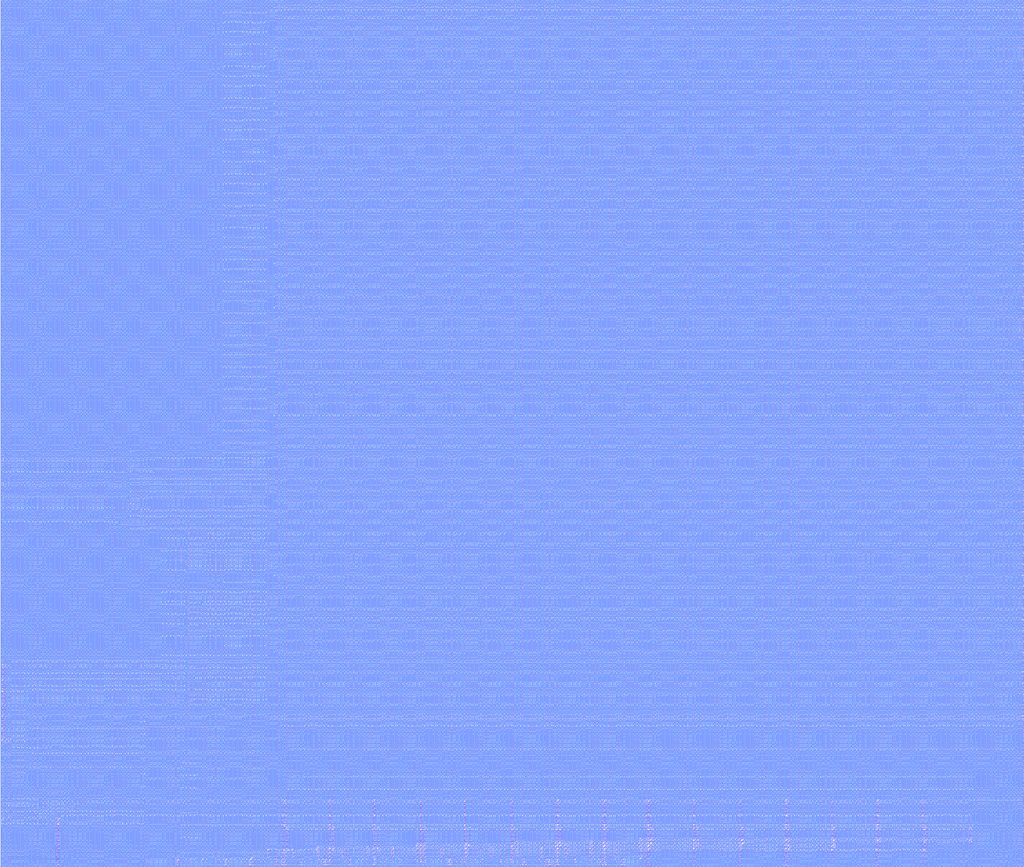
<source format=lef>
VERSION 5.4 ;
NAMESCASESENSITIVE ON ;
BUSBITCHARS "[]" ;
DIVIDERCHAR "/" ;
UNITS
  DATABASE MICRONS 2000 ;
END UNITS
MACRO sram_1rw0r0w_16_512_lapis20
   CLASS BLOCK ;
   SIZE 682.28 BY 578.32 ;
   SYMMETRY X Y R90 ;
   PIN din0[0]
      DIRECTION INPUT ;
      PORT
         LAYER MET4 ;
         RECT  166.52 0.0 167.08 1.48 ;
      END
   END din0[0]
   PIN din0[1]
      DIRECTION INPUT ;
      PORT
         LAYER MET4 ;
         RECT  184.0 0.0 184.56 1.48 ;
      END
   END din0[1]
   PIN din0[2]
      DIRECTION INPUT ;
      PORT
         LAYER MET4 ;
         RECT  200.56 0.0 201.12 1.48 ;
      END
   END din0[2]
   PIN din0[3]
      DIRECTION INPUT ;
      PORT
         LAYER MET4 ;
         RECT  216.2 0.0 216.76 1.48 ;
      END
   END din0[3]
   PIN din0[4]
      DIRECTION INPUT ;
      PORT
         LAYER MET4 ;
         RECT  232.76 0.0 233.32 1.48 ;
      END
   END din0[4]
   PIN din0[5]
      DIRECTION INPUT ;
      PORT
         LAYER MET4 ;
         RECT  250.24 0.0 250.8 1.48 ;
      END
   END din0[5]
   PIN din0[6]
      DIRECTION INPUT ;
      PORT
         LAYER MET4 ;
         RECT  266.8 0.0 267.36 1.48 ;
      END
   END din0[6]
   PIN din0[7]
      DIRECTION INPUT ;
      PORT
         LAYER MET4 ;
         RECT  282.44 0.0 283.0 1.48 ;
      END
   END din0[7]
   PIN din0[8]
      DIRECTION INPUT ;
      PORT
         LAYER MET4 ;
         RECT  299.0 0.0 299.56 1.48 ;
      END
   END din0[8]
   PIN din0[9]
      DIRECTION INPUT ;
      PORT
         LAYER MET4 ;
         RECT  316.48 0.0 317.04 1.48 ;
      END
   END din0[9]
   PIN din0[10]
      DIRECTION INPUT ;
      PORT
         LAYER MET4 ;
         RECT  333.04 0.0 333.6 1.48 ;
      END
   END din0[10]
   PIN din0[11]
      DIRECTION INPUT ;
      PORT
         LAYER MET4 ;
         RECT  348.68 0.0 349.24 1.48 ;
      END
   END din0[11]
   PIN din0[12]
      DIRECTION INPUT ;
      PORT
         LAYER MET4 ;
         RECT  365.24 0.0 365.8 1.48 ;
      END
   END din0[12]
   PIN din0[13]
      DIRECTION INPUT ;
      PORT
         LAYER MET4 ;
         RECT  382.72 0.0 383.28 1.48 ;
      END
   END din0[13]
   PIN din0[14]
      DIRECTION INPUT ;
      PORT
         LAYER MET4 ;
         RECT  399.28 0.0 399.84 1.48 ;
      END
   END din0[14]
   PIN din0[15]
      DIRECTION INPUT ;
      PORT
         LAYER MET4 ;
         RECT  414.92 0.0 415.48 1.48 ;
      END
   END din0[15]
   PIN addr0[0]
      DIRECTION INPUT ;
      PORT
         LAYER MET4 ;
         RECT  117.76 0.0 118.32 1.48 ;
      END
   END addr0[0]
   PIN addr0[1]
      DIRECTION INPUT ;
      PORT
         LAYER MET4 ;
         RECT  134.32 0.0 134.88 1.48 ;
      END
   END addr0[1]
   PIN addr0[2]
      DIRECTION INPUT ;
      PORT
         LAYER MET4 ;
         RECT  149.96 0.0 150.52 1.48 ;
      END
   END addr0[2]
   PIN addr0[3]
      DIRECTION INPUT ;
      PORT
         LAYER MET3 ;
         RECT  0.0 230.0 1.48 230.56 ;
      END
   END addr0[3]
   PIN addr0[4]
      DIRECTION INPUT ;
      PORT
         LAYER MET3 ;
         RECT  0.0 239.2 1.48 239.76 ;
      END
   END addr0[4]
   PIN addr0[5]
      DIRECTION INPUT ;
      PORT
         LAYER MET3 ;
         RECT  0.0 246.56 1.48 247.12 ;
      END
   END addr0[5]
   PIN addr0[6]
      DIRECTION INPUT ;
      PORT
         LAYER MET3 ;
         RECT  0.0 254.84 1.48 255.4 ;
      END
   END addr0[6]
   PIN addr0[7]
      DIRECTION INPUT ;
      PORT
         LAYER MET3 ;
         RECT  0.0 263.12 1.48 263.68 ;
      END
   END addr0[7]
   PIN addr0[8]
      DIRECTION INPUT ;
      PORT
         LAYER MET3 ;
         RECT  0.0 271.4 1.48 271.96 ;
      END
   END addr0[8]
   PIN csb0
      DIRECTION INPUT ;
      PORT
         LAYER MET3 ;
         RECT  0.0 32.2 1.48 32.76 ;
      END
   END csb0
   PIN web0
      DIRECTION INPUT ;
      PORT
         LAYER MET3 ;
         RECT  0.0 42.32 1.48 42.88 ;
      END
   END web0
   PIN clk0
      DIRECTION INPUT ;
      PORT
         LAYER MET4 ;
         RECT  37.72 0.0 38.28 1.48 ;
      END
   END clk0
   PIN dout0[0]
      DIRECTION OUTPUT ;
      PORT
         LAYER MET4 ;
         RECT  188.6 0.0 189.16 1.48 ;
      END
   END dout0[0]
   PIN dout0[1]
      DIRECTION OUTPUT ;
      PORT
         LAYER MET4 ;
         RECT  218.96 0.0 219.52 1.48 ;
      END
   END dout0[1]
   PIN dout0[2]
      DIRECTION OUTPUT ;
      PORT
         LAYER MET4 ;
         RECT  249.32 0.0 249.88 1.48 ;
      END
   END dout0[2]
   PIN dout0[3]
      DIRECTION OUTPUT ;
      PORT
         LAYER MET4 ;
         RECT  279.68 0.0 280.24 1.48 ;
      END
   END dout0[3]
   PIN dout0[4]
      DIRECTION OUTPUT ;
      PORT
         LAYER MET4 ;
         RECT  309.12 0.0 309.68 1.48 ;
      END
   END dout0[4]
   PIN dout0[5]
      DIRECTION OUTPUT ;
      PORT
         LAYER MET4 ;
         RECT  340.4 0.0 340.96 1.48 ;
      END
   END dout0[5]
   PIN dout0[6]
      DIRECTION OUTPUT ;
      PORT
         LAYER MET4 ;
         RECT  370.76 0.0 371.32 1.48 ;
      END
   END dout0[6]
   PIN dout0[7]
      DIRECTION OUTPUT ;
      PORT
         LAYER MET4 ;
         RECT  402.04 0.0 402.6 1.48 ;
      END
   END dout0[7]
   PIN dout0[8]
      DIRECTION OUTPUT ;
      PORT
         LAYER MET4 ;
         RECT  431.48 0.0 432.04 1.48 ;
      END
   END dout0[8]
   PIN dout0[9]
      DIRECTION OUTPUT ;
      PORT
         LAYER MET4 ;
         RECT  461.84 0.0 462.4 1.48 ;
      END
   END dout0[9]
   PIN dout0[10]
      DIRECTION OUTPUT ;
      PORT
         LAYER MET4 ;
         RECT  493.12 0.0 493.68 1.48 ;
      END
   END dout0[10]
   PIN dout0[11]
      DIRECTION OUTPUT ;
      PORT
         LAYER MET4 ;
         RECT  523.48 0.0 524.04 1.48 ;
      END
   END dout0[11]
   PIN dout0[12]
      DIRECTION OUTPUT ;
      PORT
         LAYER MET4 ;
         RECT  553.84 0.0 554.4 1.48 ;
      END
   END dout0[12]
   PIN dout0[13]
      DIRECTION OUTPUT ;
      PORT
         LAYER MET4 ;
         RECT  584.2 0.0 584.76 1.48 ;
      END
   END dout0[13]
   PIN dout0[14]
      DIRECTION OUTPUT ;
      PORT
         LAYER MET4 ;
         RECT  614.56 0.0 615.12 1.48 ;
      END
   END dout0[14]
   PIN dout0[15]
      DIRECTION OUTPUT ;
      PORT
         LAYER MET3 ;
         RECT  680.8 44.16 682.28 44.72 ;
      END
   END dout0[15]
   PIN vdd
      DIRECTION INOUT ;
      USE POWER ; 
      SHAPE ABUTMENT ; 
      PORT
         LAYER MET3 ;
         RECT  0.0 175.72 122.92 176.28 ;
         LAYER MET3 ;
         RECT  0.0 241.96 86.12 242.52 ;
         LAYER MET3 ;
         RECT  0.0 218.04 122.92 218.6 ;
         LAYER MET4 ;
         RECT  177.56 0.0 178.12 5.16 ;
         LAYER MET3 ;
         RECT  0.0 30.36 682.28 30.92 ;
         LAYER MET3 ;
         RECT  0.0 247.48 682.28 248.04 ;
         LAYER MET3 ;
         RECT  0.0 234.6 682.28 235.16 ;
         LAYER MET3 ;
         RECT  0.0 159.16 682.28 159.72 ;
         LAYER MET3 ;
         RECT  0.0 547.4 682.28 547.96 ;
         LAYER MET4 ;
         RECT  34.04 0.0 34.6 578.32 ;
         LAYER MET3 ;
         RECT  0.0 293.48 180.88 294.04 ;
         LAYER MET4 ;
         RECT  205.16 0.0 205.72 578.32 ;
         LAYER MET4 ;
         RECT  381.8 0.0 382.36 578.32 ;
         LAYER MET3 ;
         RECT  178.48 254.84 682.28 255.4 ;
         LAYER MET3 ;
         RECT  0.0 280.6 180.88 281.16 ;
         LAYER MET3 ;
         RECT  0.0 109.48 682.28 110.04 ;
         LAYER MET3 ;
         RECT  0.0 212.52 122.92 213.08 ;
         LAYER MET4 ;
         RECT  372.6 0.0 373.16 12.52 ;
         LAYER MET4 ;
         RECT  679.88 0.0 680.44 578.32 ;
         LAYER MET3 ;
         RECT  0.0 479.32 682.28 479.88 ;
         LAYER MET4 ;
         RECT  83.72 0.0 84.28 578.32 ;
         LAYER MET3 ;
         RECT  19.32 67.16 682.28 67.72 ;
         LAYER MET4 ;
         RECT  13.8 0.0 14.36 578.32 ;
         LAYER MET4 ;
         RECT  356.04 0.0 356.6 578.32 ;
         LAYER MET3 ;
         RECT  0.0 194.12 180.88 194.68 ;
         LAYER MET3 ;
         RECT  646.76 34.04 682.28 34.6 ;
         LAYER MET4 ;
         RECT  302.68 0.0 303.24 578.32 ;
         LAYER MET3 ;
         RECT  0.0 52.44 119.24 53.0 ;
         LAYER MET3 ;
         RECT  0.0 2.76 95.32 3.32 ;
         LAYER MET3 ;
         RECT  0.0 576.84 682.28 577.4 ;
         LAYER MET3 ;
         RECT  0.0 81.88 682.28 82.44 ;
         LAYER MET3 ;
         RECT  0.0 444.36 180.88 444.92 ;
         LAYER MET4 ;
         RECT  624.68 0.0 625.24 578.32 ;
         LAYER MET4 ;
         RECT  398.36 0.0 398.92 578.32 ;
         LAYER MET4 ;
         RECT  164.68 0.0 165.24 578.32 ;
         LAYER MET3 ;
         RECT  0.0 391.0 682.28 391.56 ;
         LAYER MET3 ;
         RECT  178.48 541.88 682.28 542.44 ;
         LAYER MET4 ;
         RECT  345.0 0.0 345.56 578.32 ;
         LAYER MET4 ;
         RECT  76.36 0.0 76.92 578.32 ;
         LAYER MET3 ;
         RECT  178.48 240.12 682.28 240.68 ;
         LAYER MET3 ;
         RECT  0.0 363.4 682.28 363.96 ;
         LAYER MET4 ;
         RECT  667.0 0.0 667.56 578.32 ;
         LAYER MET3 ;
         RECT  0.0 127.88 122.92 128.44 ;
         LAYER MET4 ;
         RECT  597.08 0.0 597.64 578.32 ;
         LAYER MET4 ;
         RECT  311.88 0.0 312.44 12.52 ;
         LAYER MET3 ;
         RECT  0.0 514.28 682.28 514.84 ;
         LAYER MET3 ;
         RECT  0.0 140.76 106.36 141.32 ;
         LAYER MET3 ;
         RECT  0.0 113.16 122.92 113.72 ;
         LAYER MET3 ;
         RECT  0.0 337.64 180.88 338.2 ;
         LAYER MET3 ;
         RECT  0.0 405.72 682.28 406.28 ;
         LAYER MET4 ;
         RECT  337.64 0.0 338.2 578.32 ;
         LAYER MET3 ;
         RECT  647.68 24.84 682.28 25.4 ;
         LAYER MET3 ;
         RECT  50.6 39.56 682.28 40.12 ;
         LAYER MET4 ;
         RECT  326.6 13.8 327.16 578.32 ;
         LAYER MET4 ;
         RECT  644.92 0.0 645.48 578.32 ;
         LAYER MET3 ;
         RECT  0.0 551.08 682.28 551.64 ;
         LAYER MET3 ;
         RECT  0.0 396.52 682.28 397.08 ;
         LAYER MET4 ;
         RECT  506.92 0.0 507.48 578.32 ;
         LAYER MET4 ;
         RECT  80.04 0.0 80.6 578.32 ;
         LAYER MET3 ;
         RECT  0.0 569.48 147.76 570.04 ;
         LAYER MET3 ;
         RECT  0.0 359.72 682.28 360.28 ;
         LAYER MET4 ;
         RECT  339.48 0.0 340.04 578.32 ;
         LAYER MET3 ;
         RECT  125.12 207.0 682.28 207.56 ;
         LAYER MET4 ;
         RECT  392.84 0.0 393.4 5.16 ;
         LAYER MET4 ;
         RECT  457.24 0.0 457.8 578.32 ;
         LAYER MET4 ;
         RECT  433.32 26.68 433.88 578.32 ;
         LAYER MET3 ;
         RECT  0.0 427.8 682.28 428.36 ;
         LAYER MET4 ;
         RECT  668.84 0.0 669.4 578.32 ;
         LAYER MET3 ;
         RECT  0.0 466.44 180.88 467.0 ;
         LAYER MET3 ;
         RECT  19.32 116.84 682.28 117.4 ;
         LAYER MET4 ;
         RECT  442.52 0.0 443.08 578.32 ;
         LAYER MET4 ;
         RECT  497.72 0.0 498.28 578.32 ;
         LAYER MET4 ;
         RECT  357.88 0.0 358.44 578.32 ;
         LAYER MET3 ;
         RECT  0.0 339.48 682.28 340.04 ;
         LAYER MET4 ;
         RECT  264.04 0.0 264.6 578.32 ;
         LAYER MET3 ;
         RECT  178.48 341.32 682.28 341.88 ;
         LAYER MET3 ;
         RECT  0.0 448.04 682.28 448.6 ;
         LAYER MET3 ;
         RECT  178.48 383.64 682.28 384.2 ;
         LAYER MET4 ;
         RECT  214.36 0.0 214.92 578.32 ;
         LAYER MET4 ;
         RECT  545.56 0.0 546.12 578.32 ;
         LAYER MET3 ;
         RECT  0.0 429.64 180.88 430.2 ;
         LAYER MET4 ;
         RECT  179.4 0.0 179.96 578.32 ;
         LAYER MET4 ;
         RECT  460.92 0.0 461.48 578.32 ;
         LAYER MET4 ;
         RECT  466.44 0.0 467.0 578.32 ;
         LAYER MET3 ;
         RECT  0.0 402.04 180.88 402.6 ;
         LAYER MET3 ;
         RECT  0.0 63.48 682.28 64.04 ;
         LAYER MET3 ;
         RECT  178.48 111.32 682.28 111.88 ;
         LAYER MET3 ;
         RECT  132.48 69.0 682.28 69.56 ;
         LAYER MET3 ;
         RECT  0.0 173.88 682.28 174.44 ;
         LAYER MET3 ;
         RECT  178.48 556.6 682.28 557.16 ;
         LAYER MET3 ;
         RECT  178.48 470.12 682.28 470.68 ;
         LAYER MET4 ;
         RECT  23.0 0.0 23.56 578.32 ;
         LAYER MET4 ;
         RECT  65.32 0.0 65.88 578.32 ;
         LAYER MET4 ;
         RECT  516.12 0.0 516.68 578.32 ;
         LAYER MET4 ;
         RECT  52.44 0.0 53.0 578.32 ;
         LAYER MET3 ;
         RECT  0.0 433.32 682.28 433.88 ;
         LAYER MET3 ;
         RECT  0.0 411.24 682.28 411.8 ;
         LAYER MET3 ;
         RECT  0.0 503.24 682.28 503.8 ;
         LAYER MET3 ;
         RECT  0.0 17.48 425.6 18.04 ;
         LAYER MET4 ;
         RECT  468.28 0.0 468.84 578.32 ;
         LAYER MET4 ;
         RECT  621.0 0.0 621.56 578.32 ;
         LAYER MET3 ;
         RECT  178.48 368.92 682.28 369.48 ;
         LAYER MET3 ;
         RECT  0.0 94.76 682.28 95.32 ;
         LAYER MET4 ;
         RECT  91.08 0.0 91.64 578.32 ;
         LAYER MET4 ;
         RECT  335.8 0.0 336.36 578.32 ;
         LAYER MET4 ;
         RECT  350.52 0.0 351.08 578.32 ;
         LAYER MET4 ;
         RECT  0.92 0.0 1.48 84.28 ;
         LAYER MET3 ;
         RECT  0.0 328.44 682.28 329.0 ;
         LAYER MET3 ;
         RECT  178.48 153.64 682.28 154.2 ;
         LAYER MET4 ;
         RECT  287.96 0.0 288.52 578.32 ;
         LAYER MET3 ;
         RECT  89.24 276.92 682.28 277.48 ;
         LAYER MET4 ;
         RECT  229.08 0.0 229.64 578.32 ;
         LAYER MET3 ;
         RECT  0.0 315.56 180.88 316.12 ;
         LAYER MET3 ;
         RECT  646.76 43.24 682.28 43.8 ;
         LAYER MET3 ;
         RECT  0.0 267.72 682.28 268.28 ;
         LAYER MET3 ;
         RECT  0.0 43.24 25.4 43.8 ;
         LAYER MET3 ;
         RECT  0.0 57.96 95.32 58.52 ;
         LAYER MET4 ;
         RECT  184.92 0.0 185.48 578.32 ;
         LAYER MET4 ;
         RECT  433.32 0.0 433.88 14.36 ;
         LAYER MET3 ;
         RECT  0.0 365.24 180.88 365.8 ;
         LAYER MET4 ;
         RECT  359.72 0.0 360.28 5.16 ;
         LAYER MET4 ;
         RECT  464.6 0.0 465.16 12.52 ;
         LAYER MET4 ;
         RECT  192.28 0.0 192.84 578.32 ;
         LAYER MET4 ;
         RECT  525.32 26.68 525.88 578.32 ;
         LAYER MET3 ;
         RECT  0.0 506.92 682.28 507.48 ;
         LAYER MET3 ;
         RECT  96.6 28.52 682.28 29.08 ;
         LAYER MET4 ;
         RECT  317.4 0.0 317.96 578.32 ;
         LAYER MET3 ;
         RECT  0.0 516.12 180.88 516.68 ;
         LAYER MET4 ;
         RECT  291.64 0.0 292.2 578.32 ;
         LAYER MET3 ;
         RECT  0.0 442.52 682.28 443.08 ;
         LAYER MET4 ;
         RECT  144.44 0.0 145.0 578.32 ;
         LAYER MET4 ;
         RECT  470.12 0.0 470.68 578.32 ;
         LAYER MET4 ;
         RECT  655.96 0.0 656.52 578.32 ;
         LAYER MET3 ;
         RECT  0.0 357.88 180.88 358.44 ;
         LAYER MET4 ;
         RECT  501.4 0.0 501.96 578.32 ;
         LAYER MET3 ;
         RECT  0.0 210.68 106.36 211.24 ;
         LAYER MET3 ;
         RECT  0.0 260.36 682.28 260.92 ;
         LAYER MET4 ;
         RECT  604.44 0.0 605.0 578.32 ;
         LAYER MET3 ;
         RECT  0.0 462.76 682.28 463.32 ;
         LAYER MET3 ;
         RECT  0.0 486.68 180.88 487.24 ;
         LAYER MET3 ;
         RECT  0.0 354.2 147.76 354.76 ;
         LAYER MET4 ;
         RECT  661.48 0.0 662.04 578.32 ;
         LAYER MET4 ;
         RECT  260.36 0.0 260.92 5.16 ;
         LAYER MET3 ;
         RECT  125.12 170.2 682.28 170.76 ;
         LAYER MET4 ;
         RECT  449.88 0.0 450.44 578.32 ;
         LAYER MET3 ;
         RECT  0.0 24.84 190.08 25.4 ;
         LAYER MET3 ;
         RECT  179.4 65.32 682.28 65.88 ;
         LAYER MET3 ;
         RECT  0.0 398.36 147.76 398.92 ;
         LAYER MET3 ;
         RECT  0.0 437.0 180.88 437.56 ;
         LAYER MET3 ;
         RECT  0.0 389.16 682.28 389.72 ;
         LAYER MET3 ;
         RECT  0.0 481.16 180.88 481.72 ;
         LAYER MET4 ;
         RECT  378.12 0.0 378.68 578.32 ;
         LAYER MET4 ;
         RECT  199.64 6.44 200.2 578.32 ;
         LAYER MET4 ;
         RECT  448.04 0.0 448.6 578.32 ;
         LAYER MET3 ;
         RECT  0.0 201.48 180.88 202.04 ;
         LAYER MET4 ;
         RECT  249.32 45.08 249.88 578.32 ;
         LAYER MET3 ;
         RECT  134.32 175.72 682.28 176.28 ;
         LAYER MET4 ;
         RECT  278.76 0.0 279.32 578.32 ;
         LAYER MET3 ;
         RECT  125.12 162.84 682.28 163.4 ;
         LAYER MET3 ;
         RECT  0.0 92.92 95.32 93.48 ;
         LAYER MET3 ;
         RECT  647.68 17.48 682.28 18.04 ;
         LAYER MET3 ;
         RECT  0.0 225.4 86.12 225.96 ;
         LAYER MET4 ;
         RECT  43.24 0.0 43.8 578.32 ;
         LAYER MET4 ;
         RECT  251.16 0.0 251.72 10.68 ;
         LAYER MET4 ;
         RECT  473.8 0.0 474.36 578.32 ;
         LAYER MET3 ;
         RECT  0.0 562.12 682.28 562.68 ;
         LAYER MET3 ;
         RECT  0.0 162.84 122.92 163.4 ;
         LAYER MET4 ;
         RECT  582.36 0.0 582.92 578.32 ;
         LAYER MET4 ;
         RECT  313.72 0.0 314.28 578.32 ;
         LAYER MET4 ;
         RECT  414.92 6.44 415.48 578.32 ;
         LAYER MET4 ;
         RECT  492.2 45.08 492.76 578.32 ;
         LAYER MET4 ;
         RECT  98.44 0.0 99.0 578.32 ;
         LAYER MET4 ;
         RECT  481.16 0.0 481.72 578.32 ;
         LAYER MET4 ;
         RECT  269.56 0.0 270.12 578.32 ;
         LAYER MET4 ;
         RECT  54.28 0.0 54.84 578.32 ;
         LAYER MET4 ;
         RECT  295.32 0.0 295.88 578.32 ;
         LAYER MET3 ;
         RECT  0.0 484.84 147.76 485.4 ;
         LAYER MET4 ;
         RECT  35.88 0.0 36.44 578.32 ;
         LAYER MET4 ;
         RECT  674.36 0.0 674.92 578.32 ;
         LAYER MET3 ;
         RECT  0.0 41.4 5.16 41.96 ;
         LAYER MET4 ;
         RECT  107.64 0.0 108.2 578.32 ;
         LAYER MET4 ;
         RECT  271.4 0.0 271.96 578.32 ;
         LAYER MET4 ;
         RECT  403.88 0.0 404.44 10.68 ;
         LAYER MET3 ;
         RECT  0.0 295.32 682.28 295.88 ;
         LAYER MET4 ;
         RECT  21.16 0.0 21.72 578.32 ;
         LAYER MET3 ;
         RECT  46.92 48.76 682.28 49.32 ;
         LAYER MET4 ;
         RECT  512.44 0.0 513.0 578.32 ;
         LAYER MET4 ;
         RECT  210.68 13.8 211.24 578.32 ;
         LAYER MET3 ;
         RECT  0.0 264.04 83.36 264.6 ;
         LAYER MET4 ;
         RECT  188.6 45.08 189.16 578.32 ;
         LAYER MET4 ;
         RECT  6.44 0.0 7.0 578.32 ;
         LAYER MET4 ;
         RECT  102.12 0.0 102.68 578.32 ;
         LAYER MET3 ;
         RECT  0.0 414.92 180.88 415.48 ;
         LAYER MET3 ;
         RECT  0.0 453.56 682.28 454.12 ;
         LAYER MET4 ;
         RECT  208.84 0.0 209.4 578.32 ;
         LAYER MET3 ;
         RECT  0.0 492.2 682.28 492.76 ;
         LAYER MET3 ;
         RECT  0.0 76.36 95.32 76.92 ;
         LAYER MET4 ;
         RECT  159.16 0.0 159.72 578.32 ;
         LAYER MET4 ;
         RECT  437.0 0.0 437.56 578.32 ;
         LAYER MET3 ;
         RECT  178.48 168.36 682.28 168.92 ;
         LAYER MET3 ;
         RECT  0.0 205.16 122.92 205.72 ;
         LAYER MET3 ;
         RECT  0.0 282.44 147.76 283.0 ;
         LAYER MET4 ;
         RECT  622.84 0.0 623.4 578.32 ;
         LAYER MET4 ;
         RECT  368.92 0.0 369.48 578.32 ;
         LAYER MET4 ;
         RECT  464.6 26.68 465.16 578.32 ;
         LAYER MET3 ;
         RECT  0.0 87.4 7.0 87.96 ;
         LAYER MET4 ;
         RECT  639.4 0.0 639.96 578.32 ;
         LAYER MET4 ;
         RECT  659.64 0.0 660.2 578.32 ;
         LAYER MET3 ;
         RECT  0.0 26.68 682.28 27.24 ;
         LAYER MET3 ;
         RECT  0.0 372.6 180.88 373.16 ;
         LAYER MET3 ;
         RECT  178.48 140.76 682.28 141.32 ;
         LAYER MET4 ;
         RECT  602.6 0.0 603.16 578.32 ;
         LAYER MET4 ;
         RECT  646.76 0.0 647.32 16.2 ;
         LAYER MET4 ;
         RECT  676.2 0.0 676.76 578.32 ;
         LAYER MET4 ;
         RECT  562.12 0.0 562.68 578.32 ;
         LAYER MET4 ;
         RECT  148.12 0.0 148.68 578.32 ;
         LAYER MET4 ;
         RECT  643.08 0.0 643.64 578.32 ;
         LAYER MET4 ;
         RECT  116.84 0.0 117.4 578.32 ;
         LAYER MET4 ;
         RECT  166.52 6.44 167.08 578.32 ;
         LAYER MET4 ;
         RECT  422.28 0.0 422.84 578.32 ;
         LAYER MET3 ;
         RECT  0.0 379.96 180.88 380.52 ;
         LAYER MET3 ;
         RECT  0.0 424.12 180.88 424.68 ;
         LAYER MET4 ;
         RECT  541.88 0.0 542.44 578.32 ;
         LAYER MET4 ;
         RECT  554.76 0.0 555.32 12.52 ;
         LAYER MET3 ;
         RECT  0.0 164.68 122.92 165.24 ;
         LAYER MET3 ;
         RECT  0.0 80.04 27.24 80.6 ;
         LAYER MET4 ;
         RECT  459.08 0.0 459.64 578.32 ;
         LAYER MET4 ;
         RECT  315.56 0.0 316.12 578.32 ;
         LAYER MET4 ;
         RECT  201.48 0.0 202.04 578.32 ;
         LAYER MET4 ;
         RECT  477.48 0.0 478.04 578.32 ;
         LAYER MET3 ;
         RECT  138.0 218.04 682.28 218.6 ;
         LAYER MET3 ;
         RECT  0.0 138.92 682.28 139.48 ;
         LAYER MET3 ;
         RECT  0.0 333.96 682.28 334.52 ;
         LAYER MET4 ;
         RECT  0.92 135.24 1.48 578.32 ;
         LAYER MET4 ;
         RECT  402.04 45.08 402.6 578.32 ;
         LAYER MET4 ;
         RECT  565.8 0.0 566.36 578.32 ;
         LAYER MET4 ;
         RECT  615.48 26.68 616.04 578.32 ;
         LAYER MET4 ;
         RECT  617.32 0.0 617.88 578.32 ;
         LAYER MET3 ;
         RECT  0.0 345.0 682.28 345.56 ;
         LAYER MET4 ;
         RECT  416.76 0.0 417.32 578.32 ;
         LAYER MET4 ;
         RECT  155.48 0.0 156.04 578.32 ;
         LAYER MET4 ;
         RECT  352.36 0.0 352.92 578.32 ;
         LAYER MET4 ;
         RECT  258.52 0.0 259.08 578.32 ;
         LAYER MET4 ;
         RECT  678.04 0.0 678.6 578.32 ;
         LAYER MET4 ;
         RECT  425.96 0.0 426.52 5.16 ;
         LAYER MET3 ;
         RECT  0.0 321.08 682.28 321.64 ;
         LAYER MET4 ;
         RECT  554.76 26.68 555.32 578.32 ;
         LAYER MET4 ;
         RECT  635.72 0.0 636.28 578.32 ;
         LAYER MET4 ;
         RECT  346.84 0.0 347.4 578.32 ;
         LAYER MET4 ;
         RECT  32.2 0.0 32.76 578.32 ;
         LAYER MET4 ;
         RECT  453.56 0.0 454.12 578.32 ;
         LAYER MET3 ;
         RECT  0.0 249.32 682.28 249.88 ;
         LAYER MET4 ;
         RECT  587.88 0.0 588.44 578.32 ;
         LAYER MET3 ;
         RECT  0.0 457.24 682.28 457.8 ;
         LAYER MET4 ;
         RECT  195.96 0.0 196.52 578.32 ;
         LAYER MET4 ;
         RECT  322.92 0.0 323.48 578.32 ;
         LAYER MET3 ;
         RECT  0.0 179.4 122.92 179.96 ;
         LAYER MET4 ;
         RECT  149.96 6.44 150.52 578.32 ;
         LAYER MET4 ;
         RECT  424.12 0.0 424.68 578.32 ;
         LAYER MET4 ;
         RECT  584.2 45.08 584.76 578.32 ;
         LAYER MET3 ;
         RECT  0.0 157.32 122.92 157.88 ;
         LAYER MET3 ;
         RECT  0.0 310.04 682.28 310.6 ;
         LAYER MET4 ;
         RECT  573.16 0.0 573.72 578.32 ;
         LAYER MET4 ;
         RECT  153.64 0.0 154.2 578.32 ;
         LAYER MET3 ;
         RECT  0.0 341.32 147.76 341.88 ;
         LAYER MET4 ;
         RECT  41.4 0.0 41.96 578.32 ;
         LAYER MET4 ;
         RECT  126.04 0.0 126.6 578.32 ;
         LAYER MET4 ;
         RECT  218.04 0.0 218.6 578.32 ;
         LAYER MET4 ;
         RECT  392.84 17.48 393.4 578.32 ;
         LAYER MET3 ;
         RECT  0.0 61.64 93.48 62.2 ;
         LAYER MET3 ;
         RECT  44.16 41.4 682.28 41.96 ;
         LAYER MET3 ;
         RECT  125.12 155.48 682.28 156.04 ;
         LAYER MET3 ;
         RECT  178.48 455.4 682.28 455.96 ;
         LAYER MET3 ;
         RECT  0.0 229.08 78.76 229.64 ;
         LAYER MET3 ;
         RECT  0.0 416.76 682.28 417.32 ;
         LAYER MET4 ;
         RECT  276.92 0.0 277.48 5.16 ;
         LAYER MET4 ;
         RECT  418.6 0.0 419.16 578.32 ;
         LAYER MET4 ;
         RECT  304.52 0.0 305.08 578.32 ;
         LAYER MET4 ;
         RECT  328.44 0.0 329.0 578.32 ;
         LAYER MET4 ;
         RECT  615.48 0.0 616.04 10.68 ;
         LAYER MET4 ;
         RECT  111.32 0.0 111.88 578.32 ;
         LAYER MET4 ;
         RECT  236.44 0.0 237.0 578.32 ;
         LAYER MET4 ;
         RECT  170.2 0.0 170.76 578.32 ;
         LAYER MET3 ;
         RECT  0.0 475.64 682.28 476.2 ;
         LAYER MET3 ;
         RECT  0.0 48.76 30.0 49.32 ;
         LAYER MET3 ;
         RECT  0.0 258.52 86.12 259.08 ;
         LAYER MET3 ;
         RECT  0.0 418.6 682.28 419.16 ;
         LAYER MET4 ;
         RECT  586.04 26.68 586.6 578.32 ;
         LAYER MET4 ;
         RECT  657.8 0.0 658.36 578.32 ;
         LAYER MET3 ;
         RECT  0.0 166.52 682.28 167.08 ;
         LAYER MET4 ;
         RECT  19.32 0.0 19.88 578.32 ;
         LAYER MET3 ;
         RECT  178.48 197.8 682.28 198.36 ;
         LAYER MET3 ;
         RECT  0.0 440.68 147.76 441.24 ;
         LAYER MET4 ;
         RECT  633.88 0.0 634.44 578.32 ;
         LAYER MET3 ;
         RECT  0.0 575.0 682.28 575.56 ;
         LAYER MET3 ;
         RECT  0.0 297.16 147.76 297.72 ;
         LAYER MET3 ;
         RECT  0.0 346.84 682.28 347.4 ;
         LAYER MET4 ;
         RECT  50.6 0.0 51.16 578.32 ;
         LAYER MET4 ;
         RECT  600.76 0.0 601.32 578.32 ;
         LAYER MET3 ;
         RECT  0.0 387.32 180.88 387.88 ;
         LAYER MET3 ;
         RECT  556.6 13.8 682.28 14.36 ;
         LAYER MET3 ;
         RECT  0.0 6.44 177.2 7.0 ;
         LAYER MET3 ;
         RECT  0.0 311.88 147.76 312.44 ;
         LAYER MET4 ;
         RECT  232.76 6.44 233.32 578.32 ;
         LAYER MET3 ;
         RECT  0.0 308.2 180.88 308.76 ;
         LAYER MET3 ;
         RECT  0.0 403.88 682.28 404.44 ;
         LAYER MET3 ;
         RECT  0.0 65.32 95.32 65.88 ;
         LAYER MET3 ;
         RECT  0.0 170.2 122.92 170.76 ;
         LAYER MET3 ;
         RECT  0.0 383.64 147.76 384.2 ;
         LAYER MET4 ;
         RECT  197.8 0.0 198.36 578.32 ;
         LAYER MET4 ;
         RECT  471.96 0.0 472.52 578.32 ;
         LAYER MET3 ;
         RECT  0.0 151.8 682.28 152.36 ;
         LAYER MET4 ;
         RECT  505.08 0.0 505.64 578.32 ;
         LAYER MET4 ;
         RECT  558.44 0.0 559.0 578.32 ;
         LAYER MET4 ;
         RECT  46.92 0.0 47.48 578.32 ;
         LAYER MET4 ;
         RECT  379.96 0.0 380.52 578.32 ;
         LAYER MET4 ;
         RECT  534.52 0.0 535.08 578.32 ;
         LAYER MET3 ;
         RECT  128.8 118.68 682.28 119.24 ;
         LAYER MET4 ;
         RECT  186.76 0.0 187.32 578.32 ;
         LAYER MET3 ;
         RECT  0.0 98.44 179.04 99.0 ;
         LAYER MET3 ;
         RECT  0.0 409.4 180.88 409.96 ;
         LAYER MET3 ;
         RECT  0.0 203.32 682.28 203.88 ;
         LAYER MET4 ;
         RECT  372.6 26.68 373.16 578.32 ;
         LAYER MET3 ;
         RECT  0.0 510.6 682.28 511.16 ;
         LAYER MET3 ;
         RECT  0.0 545.56 180.88 546.12 ;
         LAYER MET4 ;
         RECT  138.92 0.0 139.48 578.32 ;
         LAYER MET3 ;
         RECT  0.0 10.12 682.28 10.68 ;
         LAYER MET3 ;
         RECT  0.0 192.28 682.28 192.84 ;
         LAYER MET4 ;
         RECT  293.48 0.0 294.04 5.16 ;
         LAYER MET4 ;
         RECT  234.6 0.0 235.16 578.32 ;
         LAYER MET3 ;
         RECT  0.0 265.88 180.88 266.44 ;
         LAYER MET3 ;
         RECT  178.48 569.48 682.28 570.04 ;
         LAYER MET4 ;
         RECT  495.88 0.0 496.44 578.32 ;
         LAYER MET3 ;
         RECT  0.0 50.6 682.28 51.16 ;
         LAYER MET4 ;
         RECT  521.64 0.0 522.2 578.32 ;
         LAYER MET3 ;
         RECT  0.0 37.72 682.28 38.28 ;
         LAYER MET4 ;
         RECT  100.28 0.0 100.84 578.32 ;
         LAYER MET4 ;
         RECT  462.76 0.0 463.32 578.32 ;
         LAYER MET3 ;
         RECT  0.0 149.96 180.88 150.52 ;
         LAYER MET3 ;
         RECT  125.12 199.64 682.28 200.2 ;
         LAYER MET3 ;
         RECT  178.48 497.72 682.28 498.28 ;
         LAYER MET3 ;
         RECT  0.0 13.8 276.56 14.36 ;
         LAYER MET3 ;
         RECT  0.0 319.24 682.28 319.8 ;
         LAYER MET3 ;
         RECT  0.0 118.68 122.92 119.24 ;
         LAYER MET4 ;
         RECT  324.76 0.0 325.32 578.32 ;
         LAYER MET4 ;
         RECT  475.64 0.0 476.2 578.32 ;
         LAYER MET4 ;
         RECT  578.68 0.0 579.24 578.32 ;
         LAYER MET4 ;
         RECT  367.08 0.0 367.64 578.32 ;
         LAYER MET4 ;
         RECT  440.68 0.0 441.24 578.32 ;
         LAYER MET4 ;
         RECT  333.96 0.0 334.52 578.32 ;
         LAYER MET3 ;
         RECT  0.0 278.76 682.28 279.32 ;
         LAYER MET3 ;
         RECT  0.0 115.0 122.92 115.56 ;
         LAYER MET4 ;
         RECT  273.24 0.0 273.8 578.32 ;
         LAYER MET4 ;
         RECT  365.24 6.44 365.8 578.32 ;
         LAYER MET4 ;
         RECT  260.36 13.8 260.92 578.32 ;
         LAYER MET3 ;
         RECT  0.0 449.88 682.28 450.44 ;
         LAYER MET3 ;
         RECT  0.0 527.16 147.76 527.72 ;
         LAYER MET4 ;
         RECT  4.6 0.0 5.16 578.32 ;
         LAYER MET4 ;
         RECT  96.6 0.0 97.16 578.32 ;
         LAYER MET4 ;
         RECT  120.52 0.0 121.08 578.32 ;
         LAYER MET4 ;
         RECT  510.6 0.0 511.16 578.32 ;
         LAYER MET4 ;
         RECT  161.0 0.0 161.56 578.32 ;
         LAYER MET4 ;
         RECT  670.68 0.0 671.24 578.32 ;
         LAYER MET3 ;
         RECT  0.0 155.48 122.92 156.04 ;
         LAYER MET3 ;
         RECT  0.0 306.36 682.28 306.92 ;
         LAYER MET3 ;
         RECT  0.0 431.48 682.28 432.04 ;
         LAYER MET4 ;
         RECT  238.28 0.0 238.84 578.32 ;
         LAYER MET4 ;
         RECT  311.88 26.68 312.44 578.32 ;
         LAYER MET4 ;
         RECT  56.12 0.0 56.68 578.32 ;
         LAYER MET3 ;
         RECT  19.32 91.08 682.28 91.64 ;
         LAYER MET3 ;
         RECT  0.0 230.92 682.28 231.48 ;
         LAYER MET4 ;
         RECT  131.56 0.0 132.12 578.32 ;
         LAYER MET3 ;
         RECT  0.0 420.44 682.28 421.0 ;
         LAYER MET4 ;
         RECT  586.04 0.0 586.6 16.2 ;
         LAYER MET3 ;
         RECT  178.48 126.04 682.28 126.6 ;
         LAYER MET4 ;
         RECT  310.04 15.64 310.6 578.32 ;
         LAYER MET3 ;
         RECT  0.0 521.64 682.28 522.2 ;
         LAYER MET4 ;
         RECT  530.84 0.0 531.4 578.32 ;
         LAYER MET4 ;
         RECT  85.56 0.0 86.12 578.32 ;
         LAYER MET4 ;
         RECT  567.64 0.0 568.2 578.32 ;
         LAYER MET4 ;
         RECT  308.2 0.0 308.76 578.32 ;
         LAYER MET3 ;
         RECT  16.56 70.84 682.28 71.4 ;
         LAYER MET3 ;
         RECT  96.6 80.04 682.28 80.6 ;
         LAYER MET3 ;
         RECT  0.0 532.68 682.28 533.24 ;
         LAYER MET4 ;
         RECT  435.16 0.0 435.72 578.32 ;
         LAYER MET3 ;
         RECT  0.0 199.64 122.92 200.2 ;
         LAYER MET4 ;
         RECT  343.16 26.68 343.72 578.32 ;
         LAYER MET4 ;
         RECT  637.56 0.0 638.12 578.32 ;
         LAYER MET4 ;
         RECT  479.32 0.0 479.88 578.32 ;
         LAYER MET4 ;
         RECT  361.56 0.0 362.12 578.32 ;
         LAYER MET4 ;
         RECT  8.28 0.0 8.84 578.32 ;
         LAYER MET3 ;
         RECT  187.68 85.56 682.28 86.12 ;
         LAYER MET4 ;
         RECT  571.32 0.0 571.88 578.32 ;
         LAYER MET3 ;
         RECT  0.0 512.44 147.76 513.0 ;
         LAYER MET3 ;
         RECT  0.0 471.96 682.28 472.52 ;
         LAYER MET4 ;
         RECT  370.76 45.08 371.32 578.32 ;
         LAYER MET3 ;
         RECT  0.0 245.64 83.36 246.2 ;
         LAYER MET4 ;
         RECT  183.08 6.44 183.64 578.32 ;
         LAYER MET4 ;
         RECT  162.84 0.0 163.4 578.32 ;
         LAYER MET3 ;
         RECT  0.0 153.64 106.36 154.2 ;
         LAYER MET4 ;
         RECT  321.08 0.0 321.64 578.32 ;
         LAYER MET4 ;
         RECT  663.32 0.0 663.88 578.32 ;
         LAYER MET3 ;
         RECT  0.0 541.88 147.76 542.44 ;
         LAYER MET4 ;
         RECT  221.72 26.68 222.28 578.32 ;
         LAYER MET4 ;
         RECT  256.68 0.0 257.24 578.32 ;
         LAYER MET3 ;
         RECT  178.48 398.36 682.28 398.92 ;
         LAYER MET4 ;
         RECT  109.48 0.0 110.04 578.32 ;
         LAYER MET4 ;
         RECT  646.76 26.68 647.32 578.32 ;
         LAYER MET3 ;
         RECT  0.0 501.4 180.88 501.96 ;
         LAYER MET4 ;
         RECT  129.72 0.0 130.28 578.32 ;
         LAYER MET3 ;
         RECT  0.0 317.4 682.28 317.96 ;
         LAYER MET4 ;
         RECT  190.44 0.0 191.0 10.68 ;
         LAYER MET4 ;
         RECT  383.64 0.0 384.2 578.32 ;
         LAYER MET4 ;
         RECT  523.48 45.08 524.04 578.32 ;
         LAYER MET3 ;
         RECT  125.12 120.52 682.28 121.08 ;
         LAYER MET4 ;
         RECT  396.52 0.0 397.08 578.32 ;
         LAYER MET3 ;
         RECT  0.0 8.28 682.28 8.84 ;
         LAYER MET3 ;
         RECT  178.48 225.4 682.28 225.96 ;
         LAYER MET3 ;
         RECT  0.0 197.8 106.36 198.36 ;
         LAYER MET3 ;
         RECT  0.0 227.24 682.28 227.8 ;
         LAYER MET4 ;
         RECT  39.56 0.0 40.12 578.32 ;
         LAYER MET3 ;
         RECT  130.64 133.4 682.28 133.96 ;
         LAYER MET4 ;
         RECT  177.56 11.96 178.12 578.32 ;
         LAYER MET3 ;
         RECT  677.12 78.2 682.28 78.76 ;
         LAYER MET4 ;
         RECT  427.8 0.0 428.36 578.32 ;
         LAYER MET3 ;
         RECT  0.0 505.08 682.28 505.64 ;
         LAYER MET3 ;
         RECT  0.0 435.16 682.28 435.72 ;
         LAYER MET3 ;
         RECT  0.0 269.56 147.76 270.12 ;
         LAYER MET4 ;
         RECT  330.28 0.0 330.84 578.32 ;
         LAYER MET4 ;
         RECT  297.16 0.0 297.72 578.32 ;
         LAYER MET3 ;
         RECT  103.96 271.4 682.28 271.96 ;
         LAYER MET3 ;
         RECT  0.0 573.16 180.88 573.72 ;
         LAYER MET3 ;
         RECT  0.0 23.0 682.28 23.56 ;
         LAYER MET3 ;
         RECT  0.0 299.0 682.28 299.56 ;
         LAYER MET3 ;
         RECT  0.0 4.6 115.56 5.16 ;
         LAYER MET4 ;
         RECT  240.12 0.0 240.68 578.32 ;
         LAYER MET4 ;
         RECT  494.04 0.0 494.6 14.36 ;
         LAYER MET4 ;
         RECT  74.52 0.0 75.08 578.32 ;
         LAYER MET3 ;
         RECT  0.0 352.36 180.88 352.92 ;
         LAYER MET3 ;
         RECT  0.0 129.72 122.92 130.28 ;
         LAYER MET4 ;
         RECT  326.6 0.0 327.16 5.16 ;
         LAYER MET4 ;
         RECT  613.64 0.0 614.2 578.32 ;
         LAYER MET3 ;
         RECT  178.48 282.44 682.28 283.0 ;
         LAYER MET4 ;
         RECT  508.76 0.0 509.32 578.32 ;
         LAYER MET3 ;
         RECT  0.0 538.2 180.88 538.76 ;
         LAYER MET3 ;
         RECT  151.8 92.92 682.28 93.48 ;
         LAYER MET4 ;
         RECT  115.0 0.0 115.56 578.32 ;
         LAYER MET3 ;
         RECT  178.48 57.96 682.28 58.52 ;
         LAYER MET4 ;
         RECT  146.28 0.0 146.84 578.32 ;
         LAYER MET4 ;
         RECT  81.88 0.0 82.44 578.32 ;
         LAYER MET3 ;
         RECT  178.48 425.96 682.28 426.52 ;
         LAYER MET4 ;
         RECT  540.04 0.0 540.6 578.32 ;
         LAYER MET3 ;
         RECT  0.0 343.16 682.28 343.72 ;
         LAYER MET4 ;
         RECT  67.16 0.0 67.72 578.32 ;
         LAYER MET4 ;
         RECT  446.2 0.0 446.76 578.32 ;
         LAYER MET4 ;
         RECT  133.4 0.0 133.96 578.32 ;
         LAYER MET4 ;
         RECT  560.28 0.0 560.84 578.32 ;
         LAYER MET3 ;
         RECT  0.0 392.84 682.28 393.4 ;
         LAYER MET3 ;
         RECT  0.0 35.88 119.24 36.44 ;
         LAYER MET4 ;
         RECT  514.28 0.0 514.84 578.32 ;
         LAYER MET4 ;
         RECT  2.76 0.0 3.32 578.32 ;
         LAYER MET4 ;
         RECT  400.2 0.0 400.76 578.32 ;
         LAYER MET3 ;
         RECT  0.0 221.72 122.92 222.28 ;
         LAYER MET3 ;
         RECT  0.0 236.44 180.88 237.0 ;
         LAYER MET4 ;
         RECT  319.24 0.0 319.8 578.32 ;
         LAYER MET3 ;
         RECT  0.0 238.28 83.36 238.84 ;
         LAYER MET3 ;
         RECT  0.0 253.0 682.28 253.56 ;
         LAYER MET4 ;
         RECT  124.2 0.0 124.76 578.32 ;
         LAYER MET4 ;
         RECT  194.12 0.0 194.68 5.16 ;
         LAYER MET3 ;
         RECT  96.6 61.64 682.28 62.2 ;
         LAYER MET3 ;
         RECT  0.0 488.52 682.28 489.08 ;
         LAYER MET3 ;
         RECT  178.48 527.16 682.28 527.72 ;
         LAYER MET4 ;
         RECT  253.0 0.0 253.56 578.32 ;
         LAYER MET3 ;
         RECT  0.0 184.92 682.28 185.48 ;
         LAYER MET3 ;
         RECT  0.0 567.64 682.28 568.2 ;
         LAYER MET4 ;
         RECT  72.68 0.0 73.24 578.32 ;
         LAYER MET4 ;
         RECT  276.92 15.64 277.48 578.32 ;
         LAYER MET3 ;
         RECT  0.0 374.44 682.28 375.0 ;
         LAYER MET4 ;
         RECT  556.6 0.0 557.16 578.32 ;
         LAYER MET4 ;
         RECT  576.84 0.0 577.4 578.32 ;
         LAYER MET4 ;
         RECT  517.96 0.0 518.52 578.32 ;
         LAYER MET4 ;
         RECT  494.04 26.68 494.6 578.32 ;
         LAYER MET3 ;
         RECT  0.0 207.0 122.92 207.56 ;
         LAYER MET3 ;
         RECT  0.0 376.28 682.28 376.84 ;
         LAYER MET4 ;
         RECT  519.8 0.0 520.36 578.32 ;
         LAYER MET4 ;
         RECT  563.96 0.0 564.52 578.32 ;
         LAYER MET3 ;
         RECT  0.0 400.2 682.28 400.76 ;
         LAYER MET3 ;
         RECT  100.28 238.28 682.28 238.84 ;
         LAYER MET3 ;
         RECT  0.0 302.68 682.28 303.24 ;
         LAYER MET3 ;
         RECT  0.0 543.72 682.28 544.28 ;
         LAYER MET4 ;
         RECT  113.16 0.0 113.72 578.32 ;
         LAYER MET4 ;
         RECT  11.96 0.0 12.52 578.32 ;
         LAYER MET3 ;
         RECT  0.0 460.92 682.28 461.48 ;
         LAYER MET4 ;
         RECT  59.8 0.0 60.36 578.32 ;
         LAYER MET4 ;
         RECT  525.32 0.0 525.88 10.68 ;
         LAYER MET3 ;
         RECT  0.0 517.96 682.28 518.52 ;
         LAYER MET3 ;
         RECT  0.0 208.84 122.92 209.4 ;
         LAYER MET3 ;
         RECT  0.0 168.36 106.36 168.92 ;
         LAYER MET4 ;
         RECT  219.88 0.0 220.44 578.32 ;
         LAYER MET4 ;
         RECT  168.36 0.0 168.92 578.32 ;
         LAYER MET3 ;
         RECT  0.0 361.56 682.28 362.12 ;
         LAYER MET3 ;
         RECT  0.0 523.48 180.88 524.04 ;
         LAYER MET3 ;
         RECT  0.0 21.16 682.28 21.72 ;
         LAYER MET4 ;
         RECT  385.48 0.0 386.04 578.32 ;
         LAYER MET4 ;
         RECT  69.0 0.0 69.56 578.32 ;
         LAYER MET3 ;
         RECT  0.0 186.76 180.88 187.32 ;
         LAYER MET4 ;
         RECT  455.4 0.0 455.96 578.32 ;
         LAYER MET4 ;
         RECT  181.24 0.0 181.8 578.32 ;
         LAYER MET3 ;
         RECT  125.12 113.16 682.28 113.72 ;
         LAYER MET3 ;
         RECT  0.0 120.52 7.0 121.08 ;
         LAYER MET3 ;
         RECT  0.0 232.76 682.28 233.32 ;
         LAYER MET3 ;
         RECT  0.0 219.88 122.92 220.44 ;
         LAYER MET4 ;
         RECT  212.52 0.0 213.08 578.32 ;
         LAYER MET4 ;
         RECT  665.16 0.0 665.72 578.32 ;
         LAYER MET4 ;
         RECT  376.28 0.0 376.84 5.16 ;
         LAYER MET3 ;
         RECT  0.0 483.0 682.28 483.56 ;
         LAYER MET4 ;
         RECT  243.8 13.8 244.36 578.32 ;
         LAYER MET4 ;
         RECT  394.68 0.0 395.24 578.32 ;
         LAYER MET3 ;
         RECT  101.2 245.64 682.28 246.2 ;
         LAYER MET4 ;
         RECT  589.72 0.0 590.28 578.32 ;
         LAYER MET3 ;
         RECT  0.0 214.36 122.92 214.92 ;
         LAYER MET4 ;
         RECT  223.56 0.0 224.12 578.32 ;
         LAYER MET3 ;
         RECT  0.0 563.96 682.28 564.52 ;
         LAYER MET3 ;
         RECT  177.56 76.36 682.28 76.92 ;
         LAYER MET4 ;
         RECT  672.52 0.0 673.08 578.32 ;
         LAYER MET4 ;
         RECT  282.44 26.68 283.0 578.32 ;
         LAYER MET3 ;
         RECT  427.8 2.76 682.28 3.32 ;
         LAYER MET4 ;
         RECT  267.72 0.0 268.28 578.32 ;
         LAYER MET3 ;
         RECT  0.0 111.32 106.36 111.88 ;
         LAYER MET4 ;
         RECT  547.4 0.0 547.96 578.32 ;
         LAYER MET4 ;
         RECT  87.4 0.0 87.96 578.32 ;
         LAYER MET4 ;
         RECT  354.2 0.0 354.76 578.32 ;
         LAYER MET3 ;
         RECT  39.56 32.2 682.28 32.76 ;
         LAYER MET4 ;
         RECT  57.96 0.0 58.52 578.32 ;
         LAYER MET3 ;
         RECT  0.0 378.12 682.28 378.68 ;
         LAYER MET4 ;
         RECT  230.92 0.0 231.48 578.32 ;
         LAYER MET4 ;
         RECT  245.64 0.0 246.2 578.32 ;
         LAYER MET4 ;
         RECT  78.2 0.0 78.76 578.32 ;
         LAYER MET4 ;
         RECT  405.72 0.0 406.28 578.32 ;
         LAYER MET4 ;
         RECT  549.24 0.0 549.8 578.32 ;
         LAYER MET3 ;
         RECT  0.0 468.28 682.28 468.84 ;
         LAYER MET3 ;
         RECT  0.0 103.96 7.0 104.52 ;
         LAYER MET4 ;
         RECT  593.4 0.0 593.96 578.32 ;
         LAYER MET3 ;
         RECT  0.0 370.76 682.28 371.32 ;
         LAYER MET3 ;
         RECT  0.0 470.12 147.76 470.68 ;
         LAYER MET3 ;
         RECT  0.0 348.68 682.28 349.24 ;
         LAYER MET3 ;
         RECT  0.0 499.56 682.28 500.12 ;
         LAYER MET3 ;
         RECT  0.0 291.64 682.28 292.2 ;
         LAYER MET3 ;
         RECT  0.0 385.48 682.28 386.04 ;
         LAYER MET4 ;
         RECT  251.16 26.68 251.72 578.32 ;
         LAYER MET4 ;
         RECT  503.24 0.0 503.8 578.32 ;
         LAYER MET3 ;
         RECT  0.0 240.12 147.76 240.68 ;
         LAYER MET3 ;
         RECT  132.48 19.32 682.28 19.88 ;
         LAYER MET3 ;
         RECT  19.32 124.2 682.28 124.76 ;
         LAYER MET3 ;
         RECT  178.48 354.2 682.28 354.76 ;
         LAYER MET4 ;
         RECT  306.36 0.0 306.92 578.32 ;
         LAYER MET4 ;
         RECT  216.2 6.44 216.76 578.32 ;
         LAYER MET3 ;
         RECT  178.48 512.44 682.28 513.0 ;
         LAYER MET4 ;
         RECT  580.52 0.0 581.08 578.32 ;
         LAYER MET3 ;
         RECT  0.0 273.24 180.88 273.8 ;
         LAYER MET4 ;
         RECT  241.96 0.0 242.52 578.32 ;
         LAYER MET4 ;
         RECT  363.4 0.0 363.96 578.32 ;
         LAYER MET4 ;
         RECT  499.56 0.0 500.12 578.32 ;
         LAYER MET4 ;
         RECT  444.36 0.0 444.92 578.32 ;
         LAYER MET4 ;
         RECT  94.76 0.0 95.32 578.32 ;
         LAYER MET3 ;
         RECT  178.48 413.08 682.28 413.64 ;
         LAYER MET4 ;
         RECT  630.2 0.0 630.76 578.32 ;
         LAYER MET4 ;
         RECT  10.12 0.0 10.68 578.32 ;
         LAYER MET4 ;
         RECT  122.36 0.0 122.92 578.32 ;
         LAYER MET4 ;
         RECT  70.84 0.0 71.4 578.32 ;
         LAYER MET4 ;
         RECT  48.76 0.0 49.32 578.32 ;
         LAYER MET4 ;
         RECT  262.2 0.0 262.76 578.32 ;
         LAYER MET4 ;
         RECT  387.32 0.0 387.88 578.32 ;
         LAYER MET3 ;
         RECT  0.0 464.6 682.28 465.16 ;
         LAYER MET4 ;
         RECT  254.84 0.0 255.4 578.32 ;
         LAYER MET3 ;
         RECT  0.0 324.76 682.28 325.32 ;
         LAYER MET3 ;
         RECT  132.48 161.0 682.28 161.56 ;
         LAYER MET3 ;
         RECT  89.24 241.96 682.28 242.52 ;
         LAYER MET3 ;
         RECT  0.0 105.8 682.28 106.36 ;
         LAYER MET3 ;
         RECT  178.48 326.6 682.28 327.16 ;
         LAYER MET4 ;
         RECT  648.6 0.0 649.16 578.32 ;
         LAYER MET3 ;
         RECT  16.56 103.96 682.28 104.52 ;
         LAYER MET3 ;
         RECT  0.0 497.72 147.76 498.28 ;
         LAYER MET4 ;
         RECT  63.48 0.0 64.04 578.32 ;
         LAYER MET3 ;
         RECT  178.48 183.08 682.28 183.64 ;
         LAYER MET4 ;
         RECT  61.64 0.0 62.2 578.32 ;
         LAYER MET3 ;
         RECT  0.0 161.0 122.92 161.56 ;
         LAYER MET3 ;
         RECT  0.0 356.04 682.28 356.6 ;
         LAYER MET3 ;
         RECT  0.0 413.08 147.76 413.64 ;
         LAYER MET3 ;
         RECT  0.0 300.84 180.88 301.4 ;
         LAYER MET3 ;
         RECT  0.0 19.32 119.24 19.88 ;
         LAYER MET3 ;
         RECT  136.16 205.16 682.28 205.72 ;
         LAYER MET4 ;
         RECT  207.0 0.0 207.56 578.32 ;
         LAYER MET4 ;
         RECT  348.68 6.44 349.24 578.32 ;
         LAYER MET4 ;
         RECT  532.68 0.0 533.24 578.32 ;
         LAYER MET4 ;
         RECT  650.44 0.0 651.0 578.32 ;
         LAYER MET3 ;
         RECT  0.0 262.2 682.28 262.76 ;
         LAYER MET4 ;
         RECT  105.8 0.0 106.36 578.32 ;
         LAYER MET4 ;
         RECT  425.96 19.32 426.52 578.32 ;
         LAYER MET3 ;
         RECT  0.0 394.68 180.88 395.24 ;
         LAYER MET4 ;
         RECT  409.4 11.96 409.96 578.32 ;
         LAYER MET3 ;
         RECT  0.0 177.56 122.92 178.12 ;
         LAYER MET3 ;
         RECT  0.0 39.56 22.64 40.12 ;
         LAYER MET4 ;
         RECT  431.48 45.08 432.04 578.32 ;
         LAYER MET4 ;
         RECT  15.64 0.0 16.2 578.32 ;
         LAYER MET3 ;
         RECT  0.0 256.68 682.28 257.24 ;
         LAYER MET4 ;
         RECT  293.48 11.96 294.04 578.32 ;
         LAYER MET3 ;
         RECT  0.0 183.08 106.36 183.64 ;
         LAYER MET4 ;
         RECT  24.84 0.0 25.4 578.32 ;
         LAYER MET3 ;
         RECT  0.0 34.04 22.64 34.6 ;
         LAYER MET4 ;
         RECT  151.8 0.0 152.36 578.32 ;
         LAYER MET3 ;
         RECT  0.0 422.28 682.28 422.84 ;
         LAYER MET3 ;
         RECT  132.48 35.88 682.28 36.44 ;
         LAYER MET3 ;
         RECT  0.0 335.8 682.28 336.36 ;
         LAYER MET3 ;
         RECT  0.0 407.56 682.28 408.12 ;
         LAYER MET3 ;
         RECT  0.0 529.0 682.28 529.56 ;
         LAYER MET4 ;
         RECT  289.8 0.0 290.36 578.32 ;
         LAYER MET4 ;
         RECT  135.24 0.0 135.8 578.32 ;
         LAYER MET4 ;
         RECT  527.16 0.0 527.72 578.32 ;
         LAYER MET4 ;
         RECT  529.0 0.0 529.56 578.32 ;
         LAYER MET3 ;
         RECT  0.0 381.8 682.28 382.36 ;
         LAYER MET3 ;
         RECT  0.0 558.44 180.88 559.0 ;
         LAYER MET4 ;
         RECT  538.2 0.0 538.76 578.32 ;
         LAYER MET3 ;
         RECT  427.8 6.44 682.28 7.0 ;
         LAYER MET3 ;
         RECT  0.0 286.12 180.88 286.68 ;
         LAYER MET3 ;
         RECT  0.0 519.8 682.28 520.36 ;
         LAYER MET3 ;
         RECT  0.0 495.88 682.28 496.44 ;
         LAYER MET4 ;
         RECT  611.8 0.0 612.36 578.32 ;
         LAYER MET3 ;
         RECT  0.0 54.28 682.28 54.84 ;
         LAYER MET4 ;
         RECT  280.6 0.0 281.16 578.32 ;
         LAYER MET3 ;
         RECT  125.12 135.24 682.28 135.8 ;
         LAYER MET4 ;
         RECT  300.84 0.0 301.4 578.32 ;
         LAYER MET4 ;
         RECT  654.12 0.0 654.68 578.32 ;
         LAYER MET3 ;
         RECT  0.0 59.8 191.92 60.36 ;
         LAYER MET3 ;
         RECT  103.04 264.04 682.28 264.6 ;
         LAYER MET3 ;
         RECT  19.32 74.52 682.28 75.08 ;
         LAYER MET4 ;
         RECT  598.92 0.0 599.48 578.32 ;
         LAYER MET4 ;
         RECT  429.64 0.0 430.2 578.32 ;
         LAYER MET4 ;
         RECT  118.68 0.0 119.24 578.32 ;
         LAYER MET3 ;
         RECT  125.12 212.52 682.28 213.08 ;
         LAYER MET3 ;
         RECT  0.0 102.12 682.28 102.68 ;
         LAYER MET4 ;
         RECT  413.08 0.0 413.64 578.32 ;
         LAYER MET4 ;
         RECT  332.12 0.0 332.68 578.32 ;
         LAYER MET3 ;
         RECT  0.0 188.6 682.28 189.16 ;
         LAYER MET3 ;
         RECT  0.0 571.32 179.04 571.88 ;
         LAYER MET4 ;
         RECT  299.0 6.44 299.56 578.32 ;
         LAYER MET4 ;
         RECT  225.4 0.0 225.96 578.32 ;
         LAYER MET3 ;
         RECT  0.0 560.28 682.28 560.84 ;
         LAYER MET4 ;
         RECT  409.4 0.0 409.96 5.16 ;
         LAYER MET3 ;
         RECT  0.0 534.52 682.28 535.08 ;
         LAYER MET4 ;
         RECT  173.88 0.0 174.44 578.32 ;
         LAYER MET3 ;
         RECT  0.0 126.04 106.36 126.6 ;
         LAYER MET4 ;
         RECT  275.08 0.0 275.64 578.32 ;
         LAYER MET4 ;
         RECT  641.24 0.0 641.8 578.32 ;
         LAYER MET3 ;
         RECT  0.0 275.08 682.28 275.64 ;
         LAYER MET3 ;
         RECT  0.0 330.28 180.88 330.84 ;
         LAYER MET3 ;
         RECT  0.0 446.2 682.28 446.76 ;
         LAYER MET4 ;
         RECT  284.28 0.0 284.84 578.32 ;
         LAYER MET3 ;
         RECT  0.0 223.56 682.28 224.12 ;
         LAYER MET4 ;
         RECT  403.88 26.68 404.44 578.32 ;
         LAYER MET3 ;
         RECT  495.88 15.64 682.28 16.2 ;
         LAYER MET4 ;
         RECT  632.04 0.0 632.6 578.32 ;
         LAYER MET4 ;
         RECT  137.08 0.0 137.64 578.32 ;
         LAYER MET3 ;
         RECT  0.0 565.8 180.88 566.36 ;
         LAYER MET4 ;
         RECT  142.6 0.0 143.16 578.32 ;
         LAYER MET4 ;
         RECT  575.0 0.0 575.56 578.32 ;
         LAYER MET3 ;
         RECT  0.0 70.84 7.0 71.4 ;
         LAYER MET4 ;
         RECT  407.56 0.0 408.12 578.32 ;
         LAYER MET3 ;
         RECT  0.0 459.08 180.88 459.64 ;
         LAYER MET4 ;
         RECT  389.16 0.0 389.72 578.32 ;
         LAYER MET3 ;
         RECT  132.48 52.44 682.28 53.0 ;
         LAYER MET3 ;
         RECT  0.0 350.52 682.28 351.08 ;
         LAYER MET3 ;
         RECT  96.6 45.08 682.28 45.64 ;
         LAYER MET3 ;
         RECT  0.0 284.28 682.28 284.84 ;
         LAYER MET4 ;
         RECT  310.04 0.0 310.6 5.16 ;
         LAYER MET3 ;
         RECT  0.0 72.68 682.28 73.24 ;
         LAYER MET4 ;
         RECT  619.16 0.0 619.72 578.32 ;
         LAYER MET3 ;
         RECT  0.0 368.92 147.76 369.48 ;
         LAYER MET3 ;
         RECT  0.0 0.92 119.24 1.48 ;
         LAYER MET4 ;
         RECT  89.24 0.0 89.8 578.32 ;
         LAYER MET3 ;
         RECT  420.44 0.92 682.28 1.48 ;
         LAYER MET3 ;
         RECT  0.0 536.36 682.28 536.92 ;
         LAYER MET3 ;
         RECT  0.0 46.92 682.28 47.48 ;
         LAYER MET4 ;
         RECT  606.28 0.0 606.84 578.32 ;
         LAYER MET3 ;
         RECT  416.76 4.6 682.28 5.16 ;
         LAYER MET4 ;
         RECT  92.92 0.0 93.48 578.32 ;
         LAYER MET3 ;
         RECT  0.0 304.52 682.28 305.08 ;
         LAYER MET4 ;
         RECT  536.36 0.0 536.92 578.32 ;
         LAYER MET3 ;
         RECT  178.48 297.16 682.28 297.72 ;
         LAYER MET3 ;
         RECT  650.44 59.8 682.28 60.36 ;
         LAYER MET3 ;
         RECT  0.0 438.84 682.28 439.4 ;
         LAYER MET4 ;
         RECT  172.04 0.0 172.6 578.32 ;
         LAYER MET4 ;
         RECT  103.96 0.0 104.52 578.32 ;
         LAYER MET4 ;
         RECT  483.0 0.0 483.56 578.32 ;
         LAYER MET4 ;
         RECT  343.16 0.0 343.72 5.16 ;
         LAYER MET3 ;
         RECT  0.0 56.12 682.28 56.68 ;
         LAYER MET3 ;
         RECT  0.0 181.24 682.28 181.8 ;
         LAYER MET3 ;
         RECT  0.0 367.08 682.28 367.64 ;
         LAYER MET4 ;
         RECT  175.72 0.0 176.28 578.32 ;
         LAYER MET4 ;
         RECT  552.92 0.0 553.48 578.32 ;
         LAYER MET3 ;
         RECT  0.0 552.92 180.88 553.48 ;
         LAYER MET3 ;
         RECT  0.0 146.28 682.28 146.84 ;
         LAYER MET3 ;
         RECT  0.0 89.24 682.28 89.8 ;
         LAYER MET3 ;
         RECT  0.0 289.8 682.28 290.36 ;
         LAYER MET3 ;
         RECT  0.0 251.16 180.88 251.72 ;
         LAYER MET4 ;
         RECT  628.36 0.0 628.92 578.32 ;
         LAYER MET3 ;
         RECT  16.56 87.4 682.28 87.96 ;
         LAYER MET3 ;
         RECT  0.0 142.6 180.88 143.16 ;
         LAYER MET4 ;
         RECT  17.48 0.0 18.04 578.32 ;
         LAYER MET3 ;
         RECT  0.0 216.2 682.28 216.76 ;
         LAYER MET4 ;
         RECT  341.32 0.0 341.88 578.32 ;
         LAYER MET3 ;
         RECT  178.48 269.56 682.28 270.12 ;
         LAYER MET3 ;
         RECT  0.0 144.44 682.28 145.0 ;
         LAYER MET4 ;
         RECT  45.08 0.0 45.64 578.32 ;
         LAYER MET4 ;
         RECT  486.68 0.0 487.24 578.32 ;
         LAYER MET4 ;
         RECT  569.48 0.0 570.04 578.32 ;
         LAYER MET4 ;
         RECT  609.96 0.0 610.52 578.32 ;
         LAYER MET4 ;
         RECT  227.24 0.0 227.8 5.16 ;
         LAYER MET3 ;
         RECT  0.0 425.96 147.76 426.52 ;
         LAYER MET4 ;
         RECT  30.36 0.0 30.92 578.32 ;
         LAYER MET4 ;
         RECT  203.32 0.0 203.88 578.32 ;
         LAYER MET4 ;
         RECT  286.12 0.0 286.68 578.32 ;
         LAYER MET4 ;
         RECT  157.32 0.0 157.88 578.32 ;
         LAYER MET4 ;
         RECT  608.12 0.0 608.68 578.32 ;
         LAYER MET3 ;
         RECT  0.0 276.92 86.12 277.48 ;
         LAYER MET3 ;
         RECT  178.48 484.84 682.28 485.4 ;
         LAYER MET4 ;
         RECT  243.8 0.0 244.36 5.16 ;
         LAYER MET3 ;
         RECT  0.0 148.12 682.28 148.68 ;
         LAYER MET3 ;
         RECT  0.0 540.04 682.28 540.6 ;
         LAYER MET4 ;
         RECT  595.24 0.0 595.8 578.32 ;
         LAYER MET3 ;
         RECT  0.0 172.04 122.92 172.6 ;
         LAYER MET4 ;
         RECT  37.72 33.12 38.28 578.32 ;
         LAYER MET3 ;
         RECT  0.0 554.76 682.28 555.32 ;
         LAYER MET4 ;
         RECT  551.08 0.0 551.64 578.32 ;
         LAYER MET4 ;
         RECT  652.28 0.0 652.84 578.32 ;
         LAYER MET3 ;
         RECT  178.48 210.68 682.28 211.24 ;
         LAYER MET4 ;
         RECT  420.44 0.0 421.0 578.32 ;
         LAYER MET3 ;
         RECT  0.0 243.8 180.88 244.36 ;
         LAYER MET3 ;
         RECT  0.0 451.72 180.88 452.28 ;
         LAYER MET3 ;
         RECT  0.0 122.36 122.92 122.92 ;
         LAYER MET4 ;
         RECT  411.24 0.0 411.8 578.32 ;
         LAYER MET4 ;
         RECT  28.52 0.0 29.08 578.32 ;
         LAYER MET4 ;
         RECT  247.48 0.0 248.04 578.32 ;
         LAYER MET3 ;
         RECT  0.0 190.44 682.28 191.0 ;
         LAYER MET3 ;
         RECT  0.0 11.96 210.32 12.52 ;
         LAYER MET4 ;
         RECT  127.88 0.0 128.44 578.32 ;
         LAYER MET4 ;
         RECT  227.24 11.96 227.8 578.32 ;
         LAYER MET3 ;
         RECT  0.0 137.08 7.0 137.64 ;
         LAYER MET4 ;
         RECT  265.88 6.44 266.44 578.32 ;
         LAYER MET3 ;
         RECT  0.0 78.2 191.92 78.76 ;
         LAYER MET3 ;
         RECT  0.0 494.04 180.88 494.6 ;
         LAYER MET3 ;
         RECT  526.24 11.96 682.28 12.52 ;
         LAYER MET3 ;
         RECT  19.32 83.72 682.28 84.28 ;
         LAYER MET3 ;
         RECT  0.0 131.56 682.28 132.12 ;
         LAYER MET3 ;
         RECT  0.0 332.12 682.28 332.68 ;
         LAYER MET4 ;
         RECT  140.76 0.0 141.32 578.32 ;
         LAYER MET4 ;
         RECT  543.72 0.0 544.28 578.32 ;
         LAYER MET3 ;
         RECT  0.0 195.96 682.28 196.52 ;
         LAYER MET3 ;
         RECT  0.0 549.24 682.28 549.8 ;
         LAYER MET3 ;
         RECT  0.0 96.6 93.48 97.16 ;
         LAYER MET4 ;
         RECT  490.36 0.0 490.92 578.32 ;
         LAYER MET4 ;
         RECT  374.44 0.0 375.0 578.32 ;
         LAYER MET4 ;
         RECT  194.12 11.96 194.68 578.32 ;
         LAYER MET3 ;
         RECT  125.12 177.56 682.28 178.12 ;
         LAYER MET3 ;
         RECT  0.0 69.0 119.24 69.56 ;
         LAYER MET3 ;
         RECT  0.0 455.4 147.76 455.96 ;
         LAYER MET3 ;
         RECT  125.12 219.88 682.28 220.44 ;
         LAYER MET4 ;
         RECT  391.0 0.0 391.56 578.32 ;
         LAYER MET3 ;
         RECT  96.6 96.6 682.28 97.16 ;
         LAYER MET4 ;
         RECT  438.84 0.0 439.4 578.32 ;
         LAYER MET3 ;
         RECT  178.48 440.68 682.28 441.24 ;
         LAYER MET3 ;
         RECT  0.0 525.32 682.28 525.88 ;
         LAYER MET3 ;
         RECT  178.48 311.88 682.28 312.44 ;
         LAYER MET4 ;
         RECT  376.28 15.64 376.84 578.32 ;
         LAYER MET3 ;
         RECT  0.0 135.24 122.92 135.8 ;
         LAYER MET4 ;
         RECT  190.44 26.68 191.0 578.32 ;
         LAYER MET4 ;
         RECT  26.68 0.0 27.24 578.32 ;
         LAYER MET4 ;
         RECT  488.52 0.0 489.08 578.32 ;
         LAYER MET3 ;
         RECT  125.12 127.88 682.28 128.44 ;
         LAYER MET3 ;
         RECT  0.0 287.96 682.28 288.52 ;
         LAYER MET4 ;
         RECT  221.72 0.0 222.28 10.68 ;
         LAYER MET3 ;
         RECT  0.0 313.72 682.28 314.28 ;
         LAYER MET3 ;
         RECT  0.0 556.6 147.76 557.16 ;
         LAYER MET4 ;
         RECT  210.68 0.0 211.24 5.16 ;
         LAYER MET3 ;
         RECT  0.0 530.84 180.88 531.4 ;
         LAYER MET4 ;
         RECT  484.84 0.0 485.4 578.32 ;
         LAYER MET3 ;
         RECT  0.0 326.6 147.76 327.16 ;
         LAYER MET4 ;
         RECT  451.72 0.0 452.28 578.32 ;
         LAYER MET3 ;
         RECT  0.0 322.92 180.88 323.48 ;
         LAYER MET3 ;
         RECT  0.0 490.36 682.28 490.92 ;
         LAYER MET3 ;
         RECT  0.0 15.64 342.8 16.2 ;
         LAYER MET3 ;
         RECT  0.0 473.8 180.88 474.36 ;
         LAYER MET4 ;
         RECT  626.52 0.0 627.08 578.32 ;
         LAYER MET4 ;
         RECT  359.72 13.8 360.28 578.32 ;
         LAYER MET3 ;
         RECT  0.0 477.48 682.28 478.04 ;
         LAYER MET3 ;
         RECT  0.0 508.76 180.88 509.32 ;
         LAYER MET4 ;
         RECT  591.56 0.0 592.12 578.32 ;
      END
   END vdd
   PIN gnd
      DIRECTION INOUT ;
      USE GROUND ; 
      SHAPE ABUTMENT ; 
      PORT
         LAYER MET3 ;
         RECT  0.0 309.12 182.72 309.68 ;
         LAYER MET3 ;
         RECT  81.88 29.44 682.28 30.0 ;
         LAYER MET3 ;
         RECT  0.0 97.52 682.28 98.08 ;
         LAYER MET3 ;
         RECT  0.0 390.08 147.76 390.64 ;
         LAYER MET4 ;
         RECT  553.84 45.08 554.4 578.32 ;
         LAYER MET3 ;
         RECT  678.96 408.48 682.28 409.04 ;
         LAYER MET3 ;
         RECT  50.6 38.64 682.28 39.2 ;
         LAYER MET3 ;
         RECT  0.0 169.28 122.92 169.84 ;
         LAYER MET3 ;
         RECT  0.0 448.96 147.76 449.52 ;
         LAYER MET4 ;
         RECT  634.8 0.0 635.36 578.32 ;
         LAYER MET3 ;
         RECT  678.96 566.72 682.28 567.28 ;
         LAYER MET4 ;
         RECT  671.6 0.0 672.16 578.32 ;
         LAYER MET4 ;
         RECT  11.04 0.0 11.6 578.32 ;
         LAYER MET3 ;
         RECT  187.68 84.64 682.28 85.2 ;
         LAYER MET3 ;
         RECT  0.0 9.2 119.24 9.76 ;
         LAYER MET3 ;
         RECT  678.96 494.96 682.28 495.52 ;
         LAYER MET3 ;
         RECT  678.96 121.44 682.28 122.0 ;
         LAYER MET4 ;
         RECT  36.8 33.12 37.36 578.32 ;
         LAYER MET4 ;
         RECT  241.04 0.0 241.6 578.32 ;
         LAYER MET4 ;
         RECT  310.96 15.64 311.52 578.32 ;
         LAYER MET4 ;
         RECT  572.24 0.0 572.8 578.32 ;
         LAYER MET4 ;
         RECT  228.16 0.0 228.72 5.16 ;
         LAYER MET3 ;
         RECT  678.96 452.64 682.28 453.2 ;
         LAYER MET3 ;
         RECT  0.0 64.4 682.28 64.96 ;
         LAYER MET4 ;
         RECT  375.36 0.0 375.92 578.32 ;
         LAYER MET3 ;
         RECT  0.0 537.28 182.72 537.84 ;
         LAYER MET3 ;
         RECT  678.96 114.08 682.28 114.64 ;
         LAYER MET3 ;
         RECT  678.96 574.08 682.28 574.64 ;
         LAYER MET4 ;
         RECT  555.68 0.0 556.24 12.52 ;
         LAYER MET3 ;
         RECT  0.0 279.68 182.72 280.24 ;
         LAYER MET3 ;
         RECT  0.0 292.56 682.28 293.12 ;
         LAYER MET3 ;
         RECT  0.0 228.16 78.76 228.72 ;
         LAYER MET3 ;
         RECT  0.0 329.36 182.72 329.92 ;
         LAYER MET4 ;
         RECT  568.56 0.0 569.12 578.32 ;
         LAYER MET3 ;
         RECT  0.0 235.52 682.28 236.08 ;
         LAYER MET4 ;
         RECT  134.32 6.44 134.88 578.32 ;
         LAYER MET4 ;
         RECT  130.64 0.0 131.2 578.32 ;
         LAYER MET4 ;
         RECT  496.8 0.0 497.36 578.32 ;
         LAYER MET3 ;
         RECT  678.96 472.88 682.28 473.44 ;
         LAYER MET4 ;
         RECT  90.16 0.0 90.72 578.32 ;
         LAYER MET3 ;
         RECT  0.0 44.16 25.4 44.72 ;
         LAYER MET4 ;
         RECT  9.2 0.0 9.76 578.32 ;
         LAYER MET4 ;
         RECT  29.44 0.0 30.0 578.32 ;
         LAYER MET3 ;
         RECT  129.72 125.12 682.28 125.68 ;
         LAYER MET3 ;
         RECT  178.48 132.48 682.28 133.04 ;
         LAYER MET3 ;
         RECT  178.48 233.68 682.28 234.24 ;
         LAYER MET4 ;
         RECT  112.24 0.0 112.8 578.32 ;
         LAYER MET4 ;
         RECT  417.68 0.0 418.24 578.32 ;
         LAYER MET4 ;
         RECT  552.0 0.0 552.56 578.32 ;
         LAYER MET4 ;
         RECT  138.0 0.0 138.56 578.32 ;
         LAYER MET3 ;
         RECT  89.24 266.8 682.28 267.36 ;
         LAYER MET3 ;
         RECT  0.0 283.36 682.28 283.92 ;
         LAYER MET4 ;
         RECT  432.4 45.08 432.96 578.32 ;
         LAYER MET4 ;
         RECT  336.72 0.0 337.28 578.32 ;
         LAYER MET4 ;
         RECT  393.76 0.0 394.32 5.16 ;
         LAYER MET3 ;
         RECT  0.0 307.28 682.28 307.84 ;
         LAYER MET4 ;
         RECT  590.64 0.0 591.2 578.32 ;
         LAYER MET4 ;
         RECT  581.44 0.0 582.0 578.32 ;
         LAYER MET4 ;
         RECT  384.56 0.0 385.12 578.32 ;
         LAYER MET4 ;
         RECT  364.32 6.44 364.88 578.32 ;
         LAYER MET3 ;
         RECT  0.0 233.68 86.12 234.24 ;
         LAYER MET3 ;
         RECT  0.0 217.12 682.28 217.68 ;
         LAYER MET3 ;
         RECT  0.0 322.0 182.72 322.56 ;
         LAYER MET3 ;
         RECT  678.96 250.24 682.28 250.8 ;
         LAYER MET4 ;
         RECT  1.84 0.0 2.4 84.28 ;
         LAYER MET3 ;
         RECT  0.0 496.8 682.28 497.36 ;
         LAYER MET4 ;
         RECT  16.56 0.0 17.12 578.32 ;
         LAYER MET4 ;
         RECT  235.52 0.0 236.08 578.32 ;
         LAYER MET3 ;
         RECT  0.0 507.84 682.28 508.4 ;
         LAYER MET4 ;
         RECT  34.96 0.0 35.52 578.32 ;
         LAYER MET4 ;
         RECT  408.48 0.0 409.04 578.32 ;
         LAYER MET3 ;
         RECT  0.0 193.2 182.72 193.76 ;
         LAYER MET3 ;
         RECT  0.0 517.04 182.72 517.6 ;
         LAYER MET4 ;
         RECT  136.16 0.0 136.72 578.32 ;
         LAYER MET3 ;
         RECT  0.0 160.08 682.28 160.64 ;
         LAYER MET3 ;
         RECT  0.0 207.92 122.92 208.48 ;
         LAYER MET3 ;
         RECT  0.0 467.36 682.28 467.92 ;
         LAYER MET3 ;
         RECT  0.0 471.04 682.28 471.6 ;
         LAYER MET3 ;
         RECT  0.0 386.4 182.72 386.96 ;
         LAYER MET4 ;
         RECT  231.84 6.44 232.4 578.32 ;
         LAYER MET4 ;
         RECT  428.72 0.0 429.28 578.32 ;
         LAYER MET4 ;
         RECT  588.8 0.0 589.36 578.32 ;
         LAYER MET3 ;
         RECT  0.0 277.84 682.28 278.4 ;
         LAYER MET3 ;
         RECT  0.0 364.32 682.28 364.88 ;
         LAYER MET4 ;
         RECT  680.8 0.0 681.36 578.32 ;
         LAYER MET3 ;
         RECT  0.0 511.52 682.28 512.08 ;
         LAYER MET3 ;
         RECT  678.96 502.32 682.28 502.88 ;
         LAYER MET4 ;
         RECT  79.12 0.0 79.68 578.32 ;
         LAYER MET3 ;
         RECT  678.96 544.64 682.28 545.2 ;
         LAYER MET3 ;
         RECT  0.0 380.88 182.72 381.44 ;
         LAYER MET4 ;
         RECT  294.4 11.96 294.96 578.32 ;
         LAYER MET3 ;
         RECT  648.6 51.52 682.28 52.08 ;
         LAYER MET3 ;
         RECT  125.12 156.4 682.28 156.96 ;
         LAYER MET3 ;
         RECT  675.28 93.84 682.28 94.4 ;
         LAYER MET3 ;
         RECT  85.56 244.72 682.28 245.28 ;
         LAYER MET4 ;
         RECT  128.8 0.0 129.36 578.32 ;
         LAYER MET4 ;
         RECT  533.6 0.0 534.16 578.32 ;
         LAYER MET3 ;
         RECT  151.8 92.0 682.28 92.56 ;
         LAYER MET3 ;
         RECT  0.0 138.0 682.28 138.56 ;
         LAYER MET4 ;
         RECT  500.48 0.0 501.04 578.32 ;
         LAYER MET4 ;
         RECT  68.08 0.0 68.64 578.32 ;
         LAYER MET3 ;
         RECT  0.0 351.44 182.72 352.0 ;
         LAYER MET3 ;
         RECT  647.68 16.56 682.28 17.12 ;
         LAYER MET3 ;
         RECT  125.12 163.76 682.28 164.32 ;
         LAYER MET4 ;
         RECT  323.84 0.0 324.4 578.32 ;
         LAYER MET4 ;
         RECT  5.52 0.0 6.08 578.32 ;
         LAYER MET3 ;
         RECT  127.88 110.4 682.28 110.96 ;
         LAYER MET4 ;
         RECT  80.96 0.0 81.52 578.32 ;
         LAYER MET4 ;
         RECT  242.88 0.0 243.44 578.32 ;
         LAYER MET3 ;
         RECT  0.0 469.2 682.28 469.76 ;
         LAYER MET4 ;
         RECT  563.04 0.0 563.6 578.32 ;
         LAYER MET3 ;
         RECT  178.48 390.08 682.28 390.64 ;
         LAYER MET3 ;
         RECT  0.0 460.0 682.28 460.56 ;
         LAYER MET3 ;
         RECT  0.0 312.8 682.28 313.36 ;
         LAYER MET3 ;
         RECT  0.0 150.88 182.72 151.44 ;
         LAYER MET4 ;
         RECT  288.88 0.0 289.44 578.32 ;
         LAYER MET3 ;
         RECT  678.96 108.56 682.28 109.12 ;
         LAYER MET3 ;
         RECT  0.0 202.4 682.28 202.96 ;
         LAYER MET4 ;
         RECT  342.24 26.68 342.8 578.32 ;
         LAYER MET3 ;
         RECT  0.0 167.44 682.28 168.0 ;
         LAYER MET3 ;
         RECT  0.0 57.04 682.28 57.6 ;
         LAYER MET3 ;
         RECT  678.96 101.2 682.28 101.76 ;
         LAYER MET3 ;
         RECT  149.96 104.88 682.28 105.44 ;
         LAYER MET3 ;
         RECT  0.0 158.24 122.92 158.8 ;
         LAYER MET3 ;
         RECT  0.0 73.6 682.28 74.16 ;
         LAYER MET4 ;
         RECT  454.48 0.0 455.04 578.32 ;
         LAYER MET4 ;
         RECT  292.56 0.0 293.12 578.32 ;
         LAYER MET4 ;
         RECT  169.28 0.0 169.84 578.32 ;
         LAYER MET3 ;
         RECT  178.48 333.04 682.28 333.6 ;
         LAYER MET4 ;
         RECT  334.88 0.0 335.44 578.32 ;
         LAYER MET3 ;
         RECT  678.96 158.24 682.28 158.8 ;
         LAYER MET4 ;
         RECT  610.88 0.0 611.44 578.32 ;
         LAYER MET4 ;
         RECT  664.24 0.0 664.8 578.32 ;
         LAYER MET4 ;
         RECT  230.0 0.0 230.56 578.32 ;
         LAYER MET3 ;
         RECT  0.0 77.28 119.24 77.84 ;
         LAYER MET3 ;
         RECT  178.48 290.72 682.28 291.28 ;
         LAYER MET4 ;
         RECT  126.96 0.0 127.52 578.32 ;
         LAYER MET4 ;
         RECT  395.6 0.0 396.16 578.32 ;
         LAYER MET3 ;
         RECT  0.0 518.88 682.28 519.44 ;
         LAYER MET3 ;
         RECT  0.0 69.92 682.28 70.48 ;
         LAYER MET4 ;
         RECT  528.08 0.0 528.64 578.32 ;
         LAYER MET3 ;
         RECT  179.4 66.24 682.28 66.8 ;
         LAYER MET4 ;
         RECT  509.68 0.0 510.24 578.32 ;
         LAYER MET4 ;
         RECT  283.36 0.0 283.92 578.32 ;
         LAYER MET4 ;
         RECT  645.84 0.0 646.4 16.2 ;
         LAYER MET3 ;
         RECT  0.0 441.6 682.28 442.16 ;
         LAYER MET3 ;
         RECT  0.0 79.12 7.0 79.68 ;
         LAYER MET4 ;
         RECT  99.36 0.0 99.92 578.32 ;
         LAYER MET4 ;
         RECT  185.84 0.0 186.4 578.32 ;
         LAYER MET3 ;
         RECT  0.0 204.24 106.36 204.8 ;
         LAYER MET4 ;
         RECT  220.8 0.0 221.36 10.68 ;
         LAYER MET3 ;
         RECT  0.0 371.68 682.28 372.24 ;
         LAYER MET4 ;
         RECT  257.6 0.0 258.16 578.32 ;
         LAYER MET3 ;
         RECT  0.0 176.64 106.36 177.2 ;
         LAYER MET3 ;
         RECT  0.0 51.52 190.08 52.08 ;
         LAYER MET3 ;
         RECT  0.0 574.08 182.72 574.64 ;
         LAYER MET4 ;
         RECT  114.08 0.0 114.64 578.32 ;
         LAYER MET4 ;
         RECT  678.96 0.0 679.52 578.32 ;
         LAYER MET4 ;
         RECT  616.4 0.0 616.96 10.68 ;
         LAYER MET4 ;
         RECT  583.28 45.08 583.84 578.32 ;
         LAYER MET3 ;
         RECT  0.0 430.56 182.72 431.12 ;
         LAYER MET3 ;
         RECT  0.0 16.56 342.8 17.12 ;
         LAYER MET3 ;
         RECT  420.44 9.2 682.28 9.76 ;
         LAYER MET3 ;
         RECT  0.0 384.56 682.28 385.12 ;
         LAYER MET3 ;
         RECT  0.0 447.12 682.28 447.68 ;
         LAYER MET4 ;
         RECT  673.44 0.0 674.0 578.32 ;
         LAYER MET4 ;
         RECT  314.64 0.0 315.2 578.32 ;
         LAYER MET4 ;
         RECT  415.84 6.44 416.4 578.32 ;
         LAYER MET4 ;
         RECT  458.16 0.0 458.72 578.32 ;
         LAYER MET3 ;
         RECT  0.0 425.04 682.28 425.6 ;
         LAYER MET4 ;
         RECT  461.84 45.08 462.4 578.32 ;
         LAYER MET3 ;
         RECT  678.96 487.6 682.28 488.16 ;
         LAYER MET3 ;
         RECT  0.0 522.56 682.28 523.12 ;
         LAYER MET4 ;
         RECT  316.48 6.44 317.04 578.32 ;
         LAYER MET4 ;
         RECT  355.12 0.0 355.68 578.32 ;
         LAYER MET3 ;
         RECT  0.0 185.84 182.72 186.4 ;
         LAYER MET3 ;
         RECT  678.96 458.16 682.28 458.72 ;
         LAYER MET4 ;
         RECT  644.0 0.0 644.56 578.32 ;
         LAYER MET3 ;
         RECT  0.0 377.2 147.76 377.76 ;
         LAYER MET4 ;
         RECT  82.8 0.0 83.36 578.32 ;
         LAYER MET4 ;
         RECT  108.56 0.0 109.12 578.32 ;
         LAYER MET3 ;
         RECT  0.0 274.16 682.28 274.72 ;
         LAYER MET3 ;
         RECT  178.48 434.24 682.28 434.8 ;
         LAYER MET4 ;
         RECT  616.4 26.68 616.96 578.32 ;
         LAYER MET3 ;
         RECT  178.48 318.32 682.28 318.88 ;
         LAYER MET3 ;
         RECT  178.48 347.76 682.28 348.32 ;
         LAYER MET4 ;
         RECT  299.92 6.44 300.48 578.32 ;
         LAYER MET3 ;
         RECT  0.0 1.84 682.28 2.4 ;
         LAYER MET3 ;
         RECT  102.12 255.76 682.28 256.32 ;
         LAYER MET4 ;
         RECT  476.56 0.0 477.12 578.32 ;
         LAYER MET3 ;
         RECT  0.0 561.2 682.28 561.76 ;
         LAYER MET3 ;
         RECT  0.0 544.64 182.72 545.2 ;
         LAYER MET3 ;
         RECT  678.96 272.32 682.28 272.88 ;
         LAYER MET3 ;
         RECT  0.0 252.08 682.28 252.64 ;
         LAYER MET4 ;
         RECT  638.48 0.0 639.04 578.32 ;
         LAYER MET3 ;
         RECT  678.96 393.76 682.28 394.32 ;
         LAYER MET3 ;
         RECT  0.0 184.0 682.28 184.56 ;
         LAYER MET3 ;
         RECT  0.0 128.8 7.0 129.36 ;
         LAYER MET3 ;
         RECT  0.0 564.88 682.28 565.44 ;
         LAYER MET3 ;
         RECT  0.0 557.52 682.28 558.08 ;
         LAYER MET4 ;
         RECT  360.64 13.8 361.2 578.32 ;
         LAYER MET4 ;
         RECT  244.72 0.0 245.28 5.16 ;
         LAYER MET3 ;
         RECT  125.12 206.08 682.28 206.64 ;
         LAYER MET3 ;
         RECT  0.0 494.96 182.72 495.52 ;
         LAYER MET4 ;
         RECT  579.6 0.0 580.16 578.32 ;
         LAYER MET3 ;
         RECT  0.0 132.48 106.36 133.04 ;
         LAYER MET3 ;
         RECT  0.0 342.24 682.28 342.8 ;
         LAYER MET4 ;
         RECT  285.2 0.0 285.76 578.32 ;
         LAYER MET3 ;
         RECT  678.96 351.44 682.28 352.0 ;
         LAYER MET4 ;
         RECT  507.84 0.0 508.4 578.32 ;
         LAYER MET3 ;
         RECT  0.0 301.76 182.72 302.32 ;
         LAYER MET3 ;
         RECT  0.0 368.0 682.28 368.56 ;
         LAYER MET4 ;
         RECT  121.44 0.0 122.0 578.32 ;
         LAYER MET4 ;
         RECT  434.24 0.0 434.8 14.36 ;
         LAYER MET4 ;
         RECT  195.04 0.0 195.6 5.16 ;
         LAYER MET4 ;
         RECT  69.92 0.0 70.48 578.32 ;
         LAYER MET4 ;
         RECT  653.2 0.0 653.76 578.32 ;
         LAYER MET4 ;
         RECT  27.6 0.0 28.16 578.32 ;
         LAYER MET3 ;
         RECT  0.0 533.6 147.76 534.16 ;
         LAYER MET4 ;
         RECT  493.12 45.08 493.68 578.32 ;
         LAYER MET4 ;
         RECT  261.28 13.8 261.84 578.32 ;
         LAYER MET3 ;
         RECT  0.0 487.6 182.72 488.16 ;
         LAYER MET4 ;
         RECT  603.52 0.0 604.08 578.32 ;
         LAYER MET3 ;
         RECT  0.0 231.84 682.28 232.4 ;
         LAYER MET3 ;
         RECT  0.0 310.96 682.28 311.52 ;
         LAYER MET3 ;
         RECT  0.0 419.52 147.76 420.08 ;
         LAYER MET4 ;
         RECT  14.72 0.0 15.28 578.32 ;
         LAYER MET4 ;
         RECT  88.32 0.0 88.88 578.32 ;
         LAYER MET4 ;
         RECT  550.16 0.0 550.72 578.32 ;
         LAYER MET3 ;
         RECT  103.04 263.12 682.28 263.68 ;
         LAYER MET3 ;
         RECT  0.0 485.76 682.28 486.32 ;
         LAYER MET4 ;
         RECT  40.48 0.0 41.04 578.32 ;
         LAYER MET4 ;
         RECT  202.4 0.0 202.96 578.32 ;
         LAYER MET3 ;
         RECT  678.96 529.92 682.28 530.48 ;
         LAYER MET3 ;
         RECT  125.12 220.8 682.28 221.36 ;
         LAYER MET3 ;
         RECT  0.0 428.72 682.28 429.28 ;
         LAYER MET3 ;
         RECT  678.96 193.2 682.28 193.76 ;
         LAYER MET4 ;
         RECT  25.76 0.0 26.32 578.32 ;
         LAYER MET3 ;
         RECT  39.56 33.12 682.28 33.68 ;
         LAYER MET3 ;
         RECT  0.0 305.44 147.76 306.0 ;
         LAYER MET3 ;
         RECT  678.96 279.68 682.28 280.24 ;
         LAYER MET4 ;
         RECT  38.64 33.12 39.2 578.32 ;
         LAYER MET4 ;
         RECT  373.52 0.0 374.08 12.52 ;
         LAYER MET4 ;
         RECT  482.08 0.0 482.64 578.32 ;
         LAYER MET3 ;
         RECT  678.96 380.88 682.28 381.44 ;
         LAYER MET3 ;
         RECT  96.6 36.8 682.28 37.36 ;
         LAYER MET3 ;
         RECT  0.0 86.48 682.28 87.04 ;
         LAYER MET3 ;
         RECT  678.96 294.4 682.28 294.96 ;
         LAYER MET3 ;
         RECT  0.0 414.0 682.28 414.56 ;
         LAYER MET4 ;
         RECT  312.8 26.68 313.36 578.32 ;
         LAYER MET4 ;
         RECT  310.96 0.0 311.52 5.16 ;
         LAYER MET4 ;
         RECT  145.36 0.0 145.92 578.32 ;
         LAYER MET3 ;
         RECT  132.48 77.28 682.28 77.84 ;
         LAYER MET3 ;
         RECT  0.0 174.8 106.36 175.36 ;
         LAYER MET3 ;
         RECT  678.96 423.2 682.28 423.76 ;
         LAYER MET4 ;
         RECT  596.16 0.0 596.72 578.32 ;
         LAYER MET3 ;
         RECT  0.0 336.72 182.72 337.28 ;
         LAYER MET3 ;
         RECT  0.0 531.76 682.28 532.32 ;
         LAYER MET3 ;
         RECT  556.6 12.88 682.28 13.44 ;
         LAYER MET4 ;
         RECT  103.04 0.0 103.6 578.32 ;
         LAYER MET4 ;
         RECT  373.52 26.68 374.08 578.32 ;
         LAYER MET3 ;
         RECT  0.0 33.12 5.16 33.68 ;
         LAYER MET3 ;
         RECT  0.0 266.8 86.12 267.36 ;
         LAYER MET3 ;
         RECT  0.0 281.52 682.28 282.08 ;
         LAYER MET3 ;
         RECT  678.96 287.04 682.28 287.6 ;
         LAYER MET4 ;
         RECT  494.96 26.68 495.52 578.32 ;
         LAYER MET4 ;
         RECT  66.24 0.0 66.8 578.32 ;
         LAYER MET3 ;
         RECT  0.0 520.72 147.76 521.28 ;
         LAYER MET3 ;
         RECT  16.56 62.56 682.28 63.12 ;
         LAYER MET3 ;
         RECT  0.0 491.28 147.76 491.84 ;
         LAYER MET3 ;
         RECT  0.0 482.08 682.28 482.64 ;
         LAYER MET4 ;
         RECT  53.36 0.0 53.92 578.32 ;
         LAYER MET4 ;
         RECT  452.64 0.0 453.2 578.32 ;
         LAYER MET4 ;
         RECT  189.52 45.08 190.08 578.32 ;
         LAYER MET4 ;
         RECT  594.32 0.0 594.88 578.32 ;
         LAYER MET3 ;
         RECT  0.0 493.12 682.28 493.68 ;
         LAYER MET4 ;
         RECT  1.84 135.24 2.4 578.32 ;
         LAYER MET4 ;
         RECT  220.8 26.68 221.36 578.32 ;
         LAYER MET4 ;
         RECT  77.28 0.0 77.84 578.32 ;
         LAYER MET3 ;
         RECT  678.96 366.16 682.28 366.72 ;
         LAYER MET4 ;
         RECT  23.92 0.0 24.48 578.32 ;
         LAYER MET3 ;
         RECT  647.68 18.4 682.28 18.96 ;
         LAYER MET3 ;
         RECT  678.96 329.36 682.28 329.92 ;
         LAYER MET4 ;
         RECT  351.44 0.0 352.0 578.32 ;
         LAYER MET3 ;
         RECT  678.96 336.72 682.28 337.28 ;
         LAYER MET3 ;
         RECT  0.0 198.72 122.92 199.28 ;
         LAYER MET4 ;
         RECT  277.84 0.0 278.4 5.16 ;
         LAYER MET4 ;
         RECT  531.76 0.0 532.32 578.32 ;
         LAYER MET4 ;
         RECT  423.2 0.0 423.76 578.32 ;
         LAYER MET4 ;
         RECT  513.36 0.0 513.92 578.32 ;
         LAYER MET3 ;
         RECT  0.0 38.64 29.08 39.2 ;
         LAYER MET3 ;
         RECT  0.0 402.96 682.28 403.52 ;
         LAYER MET4 ;
         RECT  522.56 45.08 523.12 578.32 ;
         LAYER MET3 ;
         RECT  0.0 215.28 122.92 215.84 ;
         LAYER MET4 ;
         RECT  193.2 0.0 193.76 578.32 ;
         LAYER MET4 ;
         RECT  570.4 0.0 570.96 578.32 ;
         LAYER MET4 ;
         RECT  178.48 11.96 179.04 578.32 ;
         LAYER MET3 ;
         RECT  96.6 71.76 682.28 72.32 ;
         LAYER MET4 ;
         RECT  667.92 0.0 668.48 578.32 ;
         LAYER MET3 ;
         RECT  0.0 112.24 7.0 112.8 ;
         LAYER MET3 ;
         RECT  0.0 528.08 682.28 528.64 ;
         LAYER MET4 ;
         RECT  156.4 0.0 156.96 578.32 ;
         LAYER MET3 ;
         RECT  0.0 90.16 682.28 90.72 ;
         LAYER MET3 ;
         RECT  19.32 82.8 682.28 83.36 ;
         LAYER MET4 ;
         RECT  426.88 0.0 427.44 5.16 ;
         LAYER MET4 ;
         RECT  171.12 0.0 171.68 578.32 ;
         LAYER MET4 ;
         RECT  209.76 0.0 210.32 578.32 ;
         LAYER MET4 ;
         RECT  540.96 0.0 541.52 578.32 ;
         LAYER MET3 ;
         RECT  0.0 421.36 682.28 421.92 ;
         LAYER MET3 ;
         RECT  0.0 172.96 682.28 173.52 ;
         LAYER MET3 ;
         RECT  0.0 288.88 682.28 289.44 ;
         LAYER MET4 ;
         RECT  386.4 0.0 386.96 578.32 ;
         LAYER MET4 ;
         RECT  404.8 0.0 405.36 578.32 ;
         LAYER MET3 ;
         RECT  125.12 112.24 682.28 112.8 ;
         LAYER MET3 ;
         RECT  678.96 185.84 682.28 186.4 ;
         LAYER MET4 ;
         RECT  520.72 0.0 521.28 578.32 ;
         LAYER MET4 ;
         RECT  377.2 0.0 377.76 5.16 ;
         LAYER MET3 ;
         RECT  0.0 23.92 682.28 24.48 ;
         LAYER MET3 ;
         RECT  0.0 555.68 682.28 556.24 ;
         LAYER MET3 ;
         RECT  678.96 358.8 682.28 359.36 ;
         LAYER MET4 ;
         RECT  255.76 0.0 256.32 578.32 ;
         LAYER MET3 ;
         RECT  0.0 211.6 122.92 212.16 ;
         LAYER MET4 ;
         RECT  18.4 0.0 18.96 578.32 ;
         LAYER MET3 ;
         RECT  178.48 147.2 682.28 147.76 ;
         LAYER MET3 ;
         RECT  0.0 575.92 682.28 576.48 ;
         LAYER MET3 ;
         RECT  0.0 259.44 682.28 260.0 ;
         LAYER MET3 ;
         RECT  0.0 529.92 182.72 530.48 ;
         LAYER MET4 ;
         RECT  601.68 0.0 602.24 578.32 ;
         LAYER MET3 ;
         RECT  0.0 248.4 682.28 248.96 ;
         LAYER MET3 ;
         RECT  0.0 20.24 682.28 20.8 ;
         LAYER MET4 ;
         RECT  623.76 0.0 624.32 578.32 ;
         LAYER MET3 ;
         RECT  0.0 410.32 682.28 410.88 ;
         LAYER MET4 ;
         RECT  20.24 0.0 20.8 578.32 ;
         LAYER MET4 ;
         RECT  86.48 0.0 87.04 578.32 ;
         LAYER MET3 ;
         RECT  0.0 180.32 122.92 180.88 ;
         LAYER MET4 ;
         RECT  115.92 0.0 116.48 578.32 ;
         LAYER MET3 ;
         RECT  0.0 141.68 682.28 142.24 ;
         LAYER MET3 ;
         RECT  0.0 285.2 682.28 285.76 ;
         LAYER MET4 ;
         RECT  450.8 0.0 451.36 578.32 ;
         LAYER MET3 ;
         RECT  0.0 25.76 190.08 26.32 ;
         LAYER MET3 ;
         RECT  0.0 395.6 682.28 396.16 ;
         LAYER MET3 ;
         RECT  178.48 174.8 682.28 175.36 ;
         LAYER MET3 ;
         RECT  678.96 128.8 682.28 129.36 ;
         LAYER MET3 ;
         RECT  0.0 58.88 95.32 59.44 ;
         LAYER MET4 ;
         RECT  447.12 0.0 447.68 578.32 ;
         LAYER MET3 ;
         RECT  0.0 489.44 682.28 490.0 ;
         LAYER MET3 ;
         RECT  0.0 375.36 682.28 375.92 ;
         LAYER MET3 ;
         RECT  178.48 419.52 682.28 420.08 ;
         LAYER MET3 ;
         RECT  0.0 524.4 182.72 524.96 ;
         LAYER MET3 ;
         RECT  678.96 264.96 682.28 265.52 ;
         LAYER MET3 ;
         RECT  0.0 552.0 182.72 552.56 ;
         LAYER MET3 ;
         RECT  178.48 261.28 682.28 261.84 ;
         LAYER MET3 ;
         RECT  0.0 344.08 182.72 344.64 ;
         LAYER MET3 ;
         RECT  678.96 171.12 682.28 171.68 ;
         LAYER MET3 ;
         RECT  678.96 230.0 682.28 230.56 ;
         LAYER MET3 ;
         RECT  678.96 136.16 682.28 136.72 ;
         LAYER MET3 ;
         RECT  0.0 355.12 682.28 355.68 ;
         LAYER MET3 ;
         RECT  0.0 171.12 122.92 171.68 ;
         LAYER MET3 ;
         RECT  0.0 553.84 682.28 554.4 ;
         LAYER MET3 ;
         RECT  0.0 47.84 682.28 48.4 ;
         LAYER MET3 ;
         RECT  46.92 49.68 682.28 50.24 ;
         LAYER MET3 ;
         RECT  0.0 360.64 682.28 361.2 ;
         LAYER MET3 ;
         RECT  0.0 423.2 182.72 423.76 ;
         LAYER MET4 ;
         RECT  636.64 0.0 637.2 578.32 ;
         LAYER MET3 ;
         RECT  0.0 114.08 122.92 114.64 ;
         LAYER MET3 ;
         RECT  0.0 515.2 682.28 515.76 ;
         LAYER MET3 ;
         RECT  125.12 178.48 682.28 179.04 ;
         LAYER MET4 ;
         RECT  642.16 0.0 642.72 578.32 ;
         LAYER MET4 ;
         RECT  294.4 0.0 294.96 5.16 ;
         LAYER MET3 ;
         RECT  0.0 178.48 122.92 179.04 ;
         LAYER MET4 ;
         RECT  463.68 26.68 464.24 578.32 ;
         LAYER MET3 ;
         RECT  0.0 93.84 186.4 94.4 ;
         LAYER MET3 ;
         RECT  0.0 401.12 182.72 401.68 ;
         LAYER MET3 ;
         RECT  0.0 29.44 32.76 30.0 ;
         LAYER MET3 ;
         RECT  678.96 301.76 682.28 302.32 ;
         LAYER MET3 ;
         RECT  177.56 75.44 682.28 76.0 ;
         LAYER MET4 ;
         RECT  217.12 6.44 217.68 578.32 ;
         LAYER MET3 ;
         RECT  132.48 60.72 682.28 61.28 ;
         LAYER MET3 ;
         RECT  0.0 500.48 682.28 501.04 ;
         LAYER MET4 ;
         RECT  303.6 0.0 304.16 578.32 ;
         LAYER MET3 ;
         RECT  0.0 241.04 682.28 241.6 ;
         LAYER MET3 ;
         RECT  678.96 386.4 682.28 386.96 ;
         LAYER MET4 ;
         RECT  621.92 0.0 622.48 578.32 ;
         LAYER MET3 ;
         RECT  0.0 250.24 86.12 250.8 ;
         LAYER MET4 ;
         RECT  358.8 0.0 359.36 578.32 ;
         LAYER MET3 ;
         RECT  137.08 211.6 682.28 212.16 ;
         LAYER MET3 ;
         RECT  0.0 535.44 682.28 536.0 ;
         LAYER MET3 ;
         RECT  0.0 226.32 682.28 226.88 ;
         LAYER MET4 ;
         RECT  318.32 0.0 318.88 578.32 ;
         LAYER MET3 ;
         RECT  646.76 42.32 682.28 42.88 ;
         LAYER MET4 ;
         RECT  279.68 45.08 280.24 578.32 ;
         LAYER MET4 ;
         RECT  320.16 0.0 320.72 578.32 ;
         LAYER MET4 ;
         RECT  410.32 0.0 410.88 5.16 ;
         LAYER MET3 ;
         RECT  178.48 117.76 682.28 118.32 ;
         LAYER MET3 ;
         RECT  0.0 458.16 182.72 458.72 ;
         LAYER MET4 ;
         RECT  557.52 0.0 558.08 578.32 ;
         LAYER MET3 ;
         RECT  0.0 126.96 122.92 127.52 ;
         LAYER MET4 ;
         RECT  526.24 0.0 526.8 578.32 ;
         LAYER MET4 ;
         RECT  390.08 0.0 390.64 578.32 ;
         LAYER MET4 ;
         RECT  498.64 0.0 499.2 578.32 ;
         LAYER MET4 ;
         RECT  677.12 0.0 677.68 578.32 ;
         LAYER MET4 ;
         RECT  305.44 0.0 306.0 578.32 ;
         LAYER MET3 ;
         RECT  0.0 191.36 682.28 191.92 ;
         LAYER MET3 ;
         RECT  0.0 513.36 682.28 513.92 ;
         LAYER MET3 ;
         RECT  0.0 276.0 147.76 276.56 ;
         LAYER MET4 ;
         RECT  296.24 0.0 296.8 578.32 ;
         LAYER MET4 ;
         RECT  322.0 0.0 322.56 578.32 ;
         LAYER MET4 ;
         RECT  402.96 45.08 403.52 578.32 ;
         LAYER MET3 ;
         RECT  0.0 563.04 147.76 563.6 ;
         LAYER MET3 ;
         RECT  0.0 502.32 182.72 502.88 ;
         LAYER MET3 ;
         RECT  0.0 40.48 5.16 41.04 ;
         LAYER MET3 ;
         RECT  0.0 559.36 182.72 559.92 ;
         LAYER MET4 ;
         RECT  64.4 0.0 64.96 578.32 ;
         LAYER MET4 ;
         RECT  609.04 0.0 609.6 578.32 ;
         LAYER MET3 ;
         RECT  0.0 366.16 182.72 366.72 ;
         LAYER MET3 ;
         RECT  0.0 327.52 682.28 328.08 ;
         LAYER MET3 ;
         RECT  678.96 309.12 682.28 309.68 ;
         LAYER MET3 ;
         RECT  0.0 436.08 682.28 436.64 ;
         LAYER MET3 ;
         RECT  0.0 222.64 122.92 223.2 ;
         LAYER MET4 ;
         RECT  325.68 0.0 326.24 578.32 ;
         LAYER MET3 ;
         RECT  0.0 12.88 210.32 13.44 ;
         LAYER MET4 ;
         RECT  605.36 0.0 605.92 578.32 ;
         LAYER MET4 ;
         RECT  259.44 0.0 260.0 578.32 ;
         LAYER MET4 ;
         RECT  379.04 0.0 379.6 578.32 ;
         LAYER MET3 ;
         RECT  85.56 270.48 682.28 271.04 ;
         LAYER MET3 ;
         RECT  178.48 476.56 682.28 477.12 ;
         LAYER MET4 ;
         RECT  658.72 0.0 659.28 578.32 ;
         LAYER MET3 ;
         RECT  178.48 448.96 682.28 449.52 ;
         LAYER MET4 ;
         RECT  200.56 6.44 201.12 578.32 ;
         LAYER MET3 ;
         RECT  178.48 276.0 682.28 276.56 ;
         LAYER MET4 ;
         RECT  298.08 6.44 298.64 578.32 ;
         LAYER MET4 ;
         RECT  139.84 0.0 140.4 578.32 ;
         LAYER MET4 ;
         RECT  393.76 17.48 394.32 578.32 ;
         LAYER MET3 ;
         RECT  0.0 334.88 682.28 335.44 ;
         LAYER MET3 ;
         RECT  0.0 550.16 682.28 550.72 ;
         LAYER MET4 ;
         RECT  504.16 0.0 504.72 578.32 ;
         LAYER MET4 ;
         RECT  656.88 0.0 657.44 578.32 ;
         LAYER MET4 ;
         RECT  662.4 0.0 662.96 578.32 ;
         LAYER MET4 ;
         RECT  555.68 26.68 556.24 578.32 ;
         LAYER MET4 ;
         RECT  228.16 11.96 228.72 578.32 ;
         LAYER MET4 ;
         RECT  539.12 0.0 539.68 578.32 ;
         LAYER MET3 ;
         RECT  0.0 106.72 147.76 107.28 ;
         LAYER MET4 ;
         RECT  246.56 0.0 247.12 578.32 ;
         LAYER MET3 ;
         RECT  678.96 445.28 682.28 445.84 ;
         LAYER MET4 ;
         RECT  158.24 0.0 158.8 578.32 ;
         LAYER MET3 ;
         RECT  0.0 161.92 106.36 162.48 ;
         LAYER MET3 ;
         RECT  0.0 412.16 682.28 412.72 ;
         LAYER MET3 ;
         RECT  125.12 119.6 682.28 120.16 ;
         LAYER MET4 ;
         RECT  371.68 45.08 372.24 578.32 ;
         LAYER MET3 ;
         RECT  678.96 143.52 682.28 144.08 ;
         LAYER MET4 ;
         RECT  93.84 0.0 94.4 578.32 ;
         LAYER MET4 ;
         RECT  465.52 0.0 466.08 578.32 ;
         LAYER MET4 ;
         RECT  237.36 0.0 237.92 578.32 ;
         LAYER MET3 ;
         RECT  0.0 88.32 93.48 88.88 ;
         LAYER MET4 ;
         RECT  517.04 0.0 517.6 578.32 ;
         LAYER MET3 ;
         RECT  0.0 209.76 682.28 210.32 ;
         LAYER MET3 ;
         RECT  0.0 568.56 682.28 569.12 ;
         LAYER MET4 ;
         RECT  631.12 0.0 631.68 578.32 ;
         LAYER MET3 ;
         RECT  0.0 570.4 682.28 570.96 ;
         LAYER MET3 ;
         RECT  178.48 58.88 682.28 59.44 ;
         LAYER MET3 ;
         RECT  0.0 548.32 147.76 548.88 ;
         LAYER MET3 ;
         RECT  125.12 134.32 682.28 134.88 ;
         LAYER MET3 ;
         RECT  0.0 408.48 182.72 409.04 ;
         LAYER MET4 ;
         RECT  49.68 0.0 50.24 578.32 ;
         LAYER MET4 ;
         RECT  443.44 0.0 444.0 578.32 ;
         LAYER MET4 ;
         RECT  263.12 0.0 263.68 578.32 ;
         LAYER MET4 ;
         RECT  347.76 6.44 348.32 578.32 ;
         LAYER MET4 ;
         RECT  143.52 0.0 144.08 578.32 ;
         LAYER MET4 ;
         RECT  537.28 0.0 537.84 578.32 ;
         LAYER MET3 ;
         RECT  0.0 461.84 147.76 462.4 ;
         LAYER MET3 ;
         RECT  617.32 11.04 682.28 11.6 ;
         LAYER MET3 ;
         RECT  0.0 68.08 682.28 68.64 ;
         LAYER MET3 ;
         RECT  678.96 373.52 682.28 374.08 ;
         LAYER MET3 ;
         RECT  0.0 147.2 147.76 147.76 ;
         LAYER MET4 ;
         RECT  620.08 0.0 620.64 578.32 ;
         LAYER MET3 ;
         RECT  0.0 318.32 147.76 318.88 ;
         LAYER MET4 ;
         RECT  172.96 0.0 173.52 578.32 ;
         LAYER MET4 ;
         RECT  191.36 0.0 191.92 10.68 ;
         LAYER MET4 ;
         RECT  327.52 13.8 328.08 578.32 ;
         LAYER MET4 ;
         RECT  333.04 6.44 333.6 578.32 ;
         LAYER MET3 ;
         RECT  0.0 478.4 682.28 478.96 ;
         LAYER MET4 ;
         RECT  366.16 6.44 366.72 578.32 ;
         LAYER MET3 ;
         RECT  0.0 143.52 182.72 144.08 ;
         LAYER MET3 ;
         RECT  0.0 189.52 147.76 190.08 ;
         LAYER MET3 ;
         RECT  678.96 215.28 682.28 215.84 ;
         LAYER MET4 ;
         RECT  274.16 0.0 274.72 578.32 ;
         LAYER MET4 ;
         RECT  196.88 0.0 197.44 578.32 ;
         LAYER MET4 ;
         RECT  327.52 0.0 328.08 5.16 ;
         LAYER MET3 ;
         RECT  0.0 393.76 182.72 394.32 ;
         LAYER MET4 ;
         RECT  546.48 0.0 547.04 578.32 ;
         LAYER MET4 ;
         RECT  564.88 0.0 565.44 578.32 ;
         LAYER MET3 ;
         RECT  0.0 298.08 682.28 298.64 ;
         LAYER MET3 ;
         RECT  0.0 373.52 182.72 374.08 ;
         LAYER MET4 ;
         RECT  261.28 0.0 261.84 5.16 ;
         LAYER MET3 ;
         RECT  0.0 7.36 682.28 7.92 ;
         LAYER MET3 ;
         RECT  0.0 480.24 182.72 480.8 ;
         LAYER MET3 ;
         RECT  0.0 542.8 682.28 543.36 ;
         LAYER MET3 ;
         RECT  0.0 206.08 122.92 206.64 ;
         LAYER MET4 ;
         RECT  167.44 6.44 168.0 578.32 ;
         LAYER MET4 ;
         RECT  206.08 0.0 206.64 578.32 ;
         LAYER MET4 ;
         RECT  7.36 0.0 7.92 578.32 ;
         LAYER MET3 ;
         RECT  0.0 49.68 30.0 50.24 ;
         LAYER MET4 ;
         RECT  669.76 0.0 670.32 578.32 ;
         LAYER MET3 ;
         RECT  678.96 552.0 682.28 552.56 ;
         LAYER MET4 ;
         RECT  207.92 0.0 208.48 578.32 ;
         LAYER MET3 ;
         RECT  678.96 465.52 682.28 466.08 ;
         LAYER MET4 ;
         RECT  340.4 45.08 340.96 578.32 ;
         LAYER MET4 ;
         RECT  414.0 6.44 414.56 578.32 ;
         LAYER MET3 ;
         RECT  0.0 356.96 682.28 357.52 ;
         LAYER MET3 ;
         RECT  0.0 439.76 682.28 440.32 ;
         LAYER MET4 ;
         RECT  309.12 45.08 309.68 578.32 ;
         LAYER MET3 ;
         RECT  678.96 537.28 682.28 537.84 ;
         LAYER MET3 ;
         RECT  0.0 196.88 122.92 197.44 ;
         LAYER MET4 ;
         RECT  47.84 0.0 48.4 578.32 ;
         LAYER MET4 ;
         RECT  132.48 0.0 133.04 578.32 ;
         LAYER MET3 ;
         RECT  0.0 338.56 682.28 339.12 ;
         LAYER MET3 ;
         RECT  178.48 161.92 682.28 162.48 ;
         LAYER MET3 ;
         RECT  0.0 268.64 682.28 269.2 ;
         LAYER MET3 ;
         RECT  0.0 347.76 147.76 348.32 ;
         LAYER MET4 ;
         RECT  660.56 0.0 661.12 578.32 ;
         LAYER MET3 ;
         RECT  0.0 237.36 83.36 237.92 ;
         LAYER MET3 ;
         RECT  0.0 566.72 182.72 567.28 ;
         LAYER MET3 ;
         RECT  0.0 200.56 122.92 201.12 ;
         LAYER MET3 ;
         RECT  0.0 353.28 682.28 353.84 ;
         LAYER MET3 ;
         RECT  678.96 509.68 682.28 510.24 ;
         LAYER MET3 ;
         RECT  0.0 437.92 182.72 438.48 ;
         LAYER MET3 ;
         RECT  0.0 417.68 682.28 418.24 ;
         LAYER MET3 ;
         RECT  0.0 426.88 682.28 427.44 ;
         LAYER MET4 ;
         RECT  345.92 0.0 346.48 578.32 ;
         LAYER MET3 ;
         RECT  678.96 180.32 682.28 180.88 ;
         LAYER MET4 ;
         RECT  252.08 26.68 252.64 578.32 ;
         LAYER MET4 ;
         RECT  180.32 0.0 180.88 578.32 ;
         LAYER MET3 ;
         RECT  0.0 53.36 93.48 53.92 ;
         LAYER MET4 ;
         RECT  397.44 0.0 398.0 578.32 ;
         LAYER MET4 ;
         RECT  51.52 0.0 52.08 578.32 ;
         LAYER MET4 ;
         RECT  649.52 0.0 650.08 578.32 ;
         LAYER MET3 ;
         RECT  0.0 345.92 682.28 346.48 ;
         LAYER MET3 ;
         RECT  0.0 290.72 147.76 291.28 ;
         LAYER MET4 ;
         RECT  152.72 0.0 153.28 578.32 ;
         LAYER MET4 ;
         RECT  412.16 0.0 412.72 578.32 ;
         LAYER MET3 ;
         RECT  0.0 397.44 682.28 398.0 ;
         LAYER MET3 ;
         RECT  0.0 434.24 147.76 434.8 ;
         LAYER MET4 ;
         RECT  329.36 0.0 329.92 578.32 ;
         LAYER MET3 ;
         RECT  98.44 228.16 682.28 228.72 ;
         LAYER MET4 ;
         RECT  575.92 0.0 576.48 578.32 ;
         LAYER MET4 ;
         RECT  307.28 0.0 307.84 578.32 ;
         LAYER MET4 ;
         RECT  264.96 0.0 265.52 578.32 ;
         LAYER MET4 ;
         RECT  174.8 0.0 175.36 578.32 ;
         LAYER MET4 ;
         RECT  154.56 0.0 155.12 578.32 ;
         LAYER MET3 ;
         RECT  178.48 461.84 682.28 462.4 ;
         LAYER MET4 ;
         RECT  55.2 0.0 55.76 578.32 ;
         LAYER MET4 ;
         RECT  213.44 0.0 214.0 578.32 ;
         LAYER MET3 ;
         RECT  33.12 40.48 682.28 41.04 ;
         LAYER MET4 ;
         RECT  388.24 0.0 388.8 578.32 ;
         LAYER MET3 ;
         RECT  0.0 362.48 147.76 363.04 ;
         LAYER MET3 ;
         RECT  0.0 257.6 182.72 258.16 ;
         LAYER MET4 ;
         RECT  437.92 0.0 438.48 578.32 ;
         LAYER MET3 ;
         RECT  0.0 432.4 682.28 432.96 ;
         LAYER MET3 ;
         RECT  178.48 563.04 682.28 563.6 ;
         LAYER MET4 ;
         RECT  566.72 0.0 567.28 578.32 ;
         LAYER MET4 ;
         RECT  612.72 0.0 613.28 578.32 ;
         LAYER MET3 ;
         RECT  427.8 3.68 682.28 4.24 ;
         LAYER MET3 ;
         RECT  178.48 204.24 682.28 204.8 ;
         LAYER MET3 ;
         RECT  0.0 379.04 682.28 379.6 ;
         LAYER MET3 ;
         RECT  0.0 540.96 682.28 541.52 ;
         LAYER MET4 ;
         RECT  233.68 0.0 234.24 578.32 ;
         LAYER MET4 ;
         RECT  592.48 0.0 593.04 578.32 ;
         LAYER MET4 ;
         RECT  287.04 0.0 287.6 578.32 ;
         LAYER MET4 ;
         RECT  535.44 0.0 536.0 578.32 ;
         LAYER MET4 ;
         RECT  651.36 0.0 651.92 578.32 ;
         LAYER MET3 ;
         RECT  0.0 123.28 682.28 123.84 ;
         LAYER MET4 ;
         RECT  401.12 45.08 401.68 578.32 ;
         LAYER MET4 ;
         RECT  268.64 0.0 269.2 578.32 ;
         LAYER MET3 ;
         RECT  0.0 358.8 182.72 359.36 ;
         LAYER MET3 ;
         RECT  0.0 104.88 147.76 105.44 ;
         LAYER MET4 ;
         RECT  71.76 0.0 72.32 578.32 ;
         LAYER MET3 ;
         RECT  0.0 3.68 95.32 4.24 ;
         LAYER MET3 ;
         RECT  0.0 465.52 182.72 466.08 ;
         LAYER MET4 ;
         RECT  312.8 0.0 313.36 12.52 ;
         LAYER MET4 ;
         RECT  439.76 0.0 440.32 578.32 ;
         LAYER MET4 ;
         RECT  561.2 0.0 561.76 578.32 ;
         LAYER MET4 ;
         RECT  204.24 0.0 204.8 578.32 ;
         LAYER MET3 ;
         RECT  0.0 450.8 682.28 451.36 ;
         LAYER MET3 ;
         RECT  0.0 349.6 682.28 350.16 ;
         LAYER MET3 ;
         RECT  0.0 224.48 682.28 225.04 ;
         LAYER MET3 ;
         RECT  0.0 314.64 182.72 315.2 ;
         LAYER MET3 ;
         RECT  0.0 476.56 147.76 477.12 ;
         LAYER MET3 ;
         RECT  678.96 237.36 682.28 237.92 ;
         LAYER MET3 ;
         RECT  0.0 391.92 682.28 392.48 ;
         LAYER MET3 ;
         RECT  0.0 18.4 425.6 18.96 ;
         LAYER MET3 ;
         RECT  40.48 79.12 682.28 79.68 ;
         LAYER MET4 ;
         RECT  362.48 0.0 363.04 578.32 ;
         LAYER MET3 ;
         RECT  0.0 115.92 682.28 116.48 ;
         LAYER MET4 ;
         RECT  369.84 45.08 370.4 578.32 ;
         LAYER MET4 ;
         RECT  434.24 26.68 434.8 578.32 ;
         LAYER MET4 ;
         RECT  218.96 45.08 219.52 578.32 ;
         LAYER MET3 ;
         RECT  0.0 539.12 682.28 539.68 ;
         LAYER MET4 ;
         RECT  22.08 0.0 22.64 578.32 ;
         LAYER MET3 ;
         RECT  0.0 103.04 682.28 103.6 ;
         LAYER MET4 ;
         RECT  101.2 0.0 101.76 578.32 ;
         LAYER MET3 ;
         RECT  0.0 218.96 106.36 219.52 ;
         LAYER MET3 ;
         RECT  178.48 189.52 682.28 190.08 ;
         LAYER MET4 ;
         RECT  472.88 0.0 473.44 578.32 ;
         LAYER MET3 ;
         RECT  135.24 196.88 682.28 197.44 ;
         LAYER MET3 ;
         RECT  0.0 452.64 182.72 453.2 ;
         LAYER MET3 ;
         RECT  0.0 130.64 682.28 131.2 ;
         LAYER MET4 ;
         RECT  195.04 11.96 195.6 578.32 ;
         LAYER MET4 ;
         RECT  640.32 0.0 640.88 578.32 ;
         LAYER MET3 ;
         RECT  0.0 145.36 682.28 145.92 ;
         LAYER MET3 ;
         RECT  0.0 443.44 682.28 444.0 ;
         LAYER MET4 ;
         RECT  110.4 0.0 110.96 578.32 ;
         LAYER MET4 ;
         RECT  599.84 0.0 600.4 578.32 ;
         LAYER MET3 ;
         RECT  678.96 524.4 682.28 524.96 ;
         LAYER MET4 ;
         RECT  60.72 0.0 61.28 578.32 ;
         LAYER MET3 ;
         RECT  178.48 520.72 682.28 521.28 ;
         LAYER MET4 ;
         RECT  84.64 0.0 85.2 578.32 ;
         LAYER MET4 ;
         RECT  430.56 45.08 431.12 578.32 ;
         LAYER MET4 ;
         RECT  211.6 13.8 212.16 578.32 ;
         LAYER MET4 ;
         RECT  655.04 0.0 655.6 578.32 ;
         LAYER MET3 ;
         RECT  0.0 195.04 682.28 195.6 ;
         LAYER MET3 ;
         RECT  0.0 445.28 182.72 445.84 ;
         LAYER MET4 ;
         RECT  97.52 0.0 98.08 578.32 ;
         LAYER MET4 ;
         RECT  252.08 0.0 252.64 10.68 ;
         LAYER MET4 ;
         RECT  460.0 0.0 460.56 578.32 ;
         LAYER MET4 ;
         RECT  281.52 26.68 282.08 578.32 ;
         LAYER MET3 ;
         RECT  0.0 60.72 119.24 61.28 ;
         LAYER MET4 ;
         RECT  629.28 0.0 629.84 578.32 ;
         LAYER MET3 ;
         RECT  0.0 299.92 682.28 300.48 ;
         LAYER MET3 ;
         RECT  678.96 517.04 682.28 517.6 ;
         LAYER MET3 ;
         RECT  0.0 287.04 182.72 287.6 ;
         LAYER MET4 ;
         RECT  270.48 0.0 271.04 578.32 ;
         LAYER MET4 ;
         RECT  62.56 0.0 63.12 578.32 ;
         LAYER MET3 ;
         RECT  0.0 316.48 682.28 317.04 ;
         LAYER MET3 ;
         RECT  0.0 119.6 122.92 120.16 ;
         LAYER MET3 ;
         RECT  0.0 388.24 682.28 388.8 ;
         LAYER MET3 ;
         RECT  0.0 456.32 682.28 456.88 ;
         LAYER MET4 ;
         RECT  474.72 0.0 475.28 578.32 ;
         LAYER MET3 ;
         RECT  0.0 55.2 682.28 55.76 ;
         LAYER MET3 ;
         RECT  133.4 169.28 682.28 169.84 ;
         LAYER MET3 ;
         RECT  0.0 95.68 7.0 96.24 ;
         LAYER MET4 ;
         RECT  483.92 0.0 484.48 578.32 ;
         LAYER MET4 ;
         RECT  614.56 45.08 615.12 578.32 ;
         LAYER MET4 ;
         RECT  182.16 0.0 182.72 578.32 ;
         LAYER MET3 ;
         RECT  0.0 62.56 7.0 63.12 ;
         LAYER MET4 ;
         RECT  471.04 0.0 471.6 578.32 ;
         LAYER MET3 ;
         RECT  0.0 139.84 682.28 140.4 ;
         LAYER MET4 ;
         RECT  502.32 0.0 502.88 578.32 ;
         LAYER MET4 ;
         RECT  627.44 0.0 628.0 578.32 ;
         LAYER MET3 ;
         RECT  16.56 95.68 682.28 96.24 ;
         LAYER MET4 ;
         RECT  377.2 15.64 377.76 578.32 ;
         LAYER MET4 ;
         RECT  58.88 0.0 59.44 578.32 ;
         LAYER MET3 ;
         RECT  0.0 110.4 122.92 110.96 ;
         LAYER MET3 ;
         RECT  0.0 14.72 276.56 15.28 ;
         LAYER MET3 ;
         RECT  678.96 165.6 682.28 166.16 ;
         LAYER MET4 ;
         RECT  494.96 0.0 495.52 14.36 ;
         LAYER MET3 ;
         RECT  149.96 106.72 682.28 107.28 ;
         LAYER MET3 ;
         RECT  0.0 454.48 682.28 455.04 ;
         LAYER MET4 ;
         RECT  161.92 0.0 162.48 578.32 ;
         LAYER MET4 ;
         RECT  360.64 0.0 361.2 5.16 ;
         LAYER MET4 ;
         RECT  176.64 0.0 177.2 578.32 ;
         LAYER MET3 ;
         RECT  0.0 320.16 682.28 320.72 ;
         LAYER MET3 ;
         RECT  0.0 404.8 147.76 405.36 ;
         LAYER MET4 ;
         RECT  441.6 0.0 442.16 578.32 ;
         LAYER MET3 ;
         RECT  0.0 463.68 682.28 464.24 ;
         LAYER MET3 ;
         RECT  96.6 53.36 682.28 53.92 ;
         LAYER MET3 ;
         RECT  0.0 325.68 682.28 326.24 ;
         LAYER MET3 ;
         RECT  0.0 22.08 682.28 22.64 ;
         LAYER MET3 ;
         RECT  678.96 559.36 682.28 559.92 ;
         LAYER MET3 ;
         RECT  0.0 5.52 115.56 6.08 ;
         LAYER MET4 ;
         RECT  675.28 0.0 675.84 578.32 ;
         LAYER MET4 ;
         RECT  542.8 0.0 543.36 578.32 ;
         LAYER MET4 ;
         RECT  253.92 0.0 254.48 578.32 ;
         LAYER MET4 ;
         RECT  119.6 0.0 120.16 578.32 ;
         LAYER MET3 ;
         RECT  0.0 483.92 682.28 484.48 ;
         LAYER MET4 ;
         RECT  647.68 0.0 648.24 578.32 ;
         LAYER MET3 ;
         RECT  0.0 213.44 122.92 214.0 ;
         LAYER MET3 ;
         RECT  0.0 156.4 122.92 156.96 ;
         LAYER MET4 ;
         RECT  73.6 0.0 74.16 578.32 ;
         LAYER MET4 ;
         RECT  57.04 0.0 57.6 578.32 ;
         LAYER MET3 ;
         RECT  0.0 323.84 682.28 324.4 ;
         LAYER MET4 ;
         RECT  239.2 0.0 239.76 578.32 ;
         LAYER MET4 ;
         RECT  448.96 0.0 449.52 578.32 ;
         LAYER MET3 ;
         RECT  0.0 71.76 93.48 72.32 ;
         LAYER MET3 ;
         RECT  178.48 548.32 682.28 548.88 ;
         LAYER MET4 ;
         RECT  3.68 0.0 4.24 578.32 ;
         LAYER MET4 ;
         RECT  529.92 0.0 530.48 578.32 ;
         LAYER MET4 ;
         RECT  666.08 0.0 666.64 578.32 ;
         LAYER MET3 ;
         RECT  0.0 149.04 682.28 149.6 ;
         LAYER MET3 ;
         RECT  0.0 34.96 22.64 35.52 ;
         LAYER MET4 ;
         RECT  344.08 17.48 344.64 578.32 ;
         LAYER MET4 ;
         RECT  515.2 0.0 515.76 578.32 ;
         LAYER MET4 ;
         RECT  487.6 0.0 488.16 578.32 ;
         LAYER MET3 ;
         RECT  0.0 46.0 682.28 46.56 ;
         LAYER MET3 ;
         RECT  678.96 257.6 682.28 258.16 ;
         LAYER MET4 ;
         RECT  382.72 6.44 383.28 578.32 ;
         LAYER MET4 ;
         RECT  598.0 0.0 598.56 578.32 ;
         LAYER MET4 ;
         RECT  106.72 0.0 107.28 578.32 ;
         LAYER MET4 ;
         RECT  331.2 0.0 331.76 578.32 ;
         LAYER MET3 ;
         RECT  0.0 27.6 119.24 28.16 ;
         LAYER MET4 ;
         RECT  92.0 0.0 92.56 578.32 ;
         LAYER MET3 ;
         RECT  0.0 303.6 682.28 304.16 ;
         LAYER MET4 ;
         RECT  104.88 0.0 105.44 578.32 ;
         LAYER MET3 ;
         RECT  0.0 340.4 682.28 340.96 ;
         LAYER MET3 ;
         RECT  648.6 27.6 682.28 28.16 ;
         LAYER MET3 ;
         RECT  0.0 220.8 122.92 221.36 ;
         LAYER MET3 ;
         RECT  0.0 242.88 182.72 243.44 ;
         LAYER MET3 ;
         RECT  0.0 163.76 122.92 164.32 ;
         LAYER MET3 ;
         RECT  0.0 472.88 182.72 473.44 ;
         LAYER MET4 ;
         RECT  342.24 0.0 342.8 10.68 ;
         LAYER MET3 ;
         RECT  0.0 331.2 682.28 331.76 ;
         LAYER MET3 ;
         RECT  678.96 207.92 682.28 208.48 ;
         LAYER MET4 ;
         RECT  272.32 0.0 272.88 578.32 ;
         LAYER MET4 ;
         RECT  356.96 0.0 357.52 578.32 ;
         LAYER MET3 ;
         RECT  178.48 377.2 682.28 377.76 ;
         LAYER MET4 ;
         RECT  244.72 13.8 245.28 578.32 ;
         LAYER MET4 ;
         RECT  518.88 0.0 519.44 578.32 ;
         LAYER MET4 ;
         RECT  491.28 0.0 491.84 578.32 ;
         LAYER MET3 ;
         RECT  0.0 399.28 682.28 399.84 ;
         LAYER MET4 ;
         RECT  125.12 0.0 125.68 578.32 ;
         LAYER MET4 ;
         RECT  467.36 0.0 467.92 578.32 ;
         LAYER MET4 ;
         RECT  338.56 0.0 339.12 578.32 ;
         LAYER MET4 ;
         RECT  574.08 0.0 574.64 578.32 ;
         LAYER MET4 ;
         RECT  548.32 0.0 548.88 578.32 ;
         LAYER MET3 ;
         RECT  678.96 415.84 682.28 416.4 ;
         LAYER MET3 ;
         RECT  178.48 362.48 682.28 363.04 ;
         LAYER MET4 ;
         RECT  577.76 0.0 578.32 578.32 ;
         LAYER MET3 ;
         RECT  678.96 150.88 682.28 151.44 ;
         LAYER MET3 ;
         RECT  0.0 264.96 83.36 265.52 ;
         LAYER MET3 ;
         RECT  0.0 121.44 122.92 122.0 ;
         LAYER MET4 ;
         RECT  277.84 15.64 278.4 578.32 ;
         LAYER MET4 ;
         RECT  506.0 0.0 506.56 578.32 ;
         LAYER MET4 ;
         RECT  425.04 0.0 425.6 578.32 ;
         LAYER MET3 ;
         RECT  556.6 14.72 682.28 15.28 ;
         LAYER MET3 ;
         RECT  678.96 437.92 682.28 438.48 ;
         LAYER MET3 ;
         RECT  131.56 154.56 682.28 155.12 ;
         LAYER MET3 ;
         RECT  0.0 244.72 83.36 245.28 ;
         LAYER MET3 ;
         RECT  0.0 382.72 682.28 383.28 ;
         LAYER MET4 ;
         RECT  559.36 0.0 559.92 578.32 ;
         LAYER MET4 ;
         RECT  419.52 0.0 420.08 578.32 ;
         LAYER MET3 ;
         RECT  678.96 430.56 682.28 431.12 ;
         LAYER MET3 ;
         RECT  0.0 294.4 182.72 294.96 ;
         LAYER MET4 ;
         RECT  586.96 0.0 587.52 578.32 ;
         LAYER MET3 ;
         RECT  0.0 546.48 682.28 547.04 ;
         LAYER MET4 ;
         RECT  406.64 0.0 407.2 578.32 ;
         LAYER MET4 ;
         RECT  485.76 0.0 486.32 578.32 ;
         LAYER MET4 ;
         RECT  95.68 0.0 96.24 578.32 ;
         LAYER MET3 ;
         RECT  125.12 126.96 682.28 127.52 ;
         LAYER MET4 ;
         RECT  645.84 26.68 646.4 578.32 ;
         LAYER MET3 ;
         RECT  178.48 491.28 682.28 491.84 ;
         LAYER MET4 ;
         RECT  421.36 0.0 421.92 578.32 ;
         LAYER MET3 ;
         RECT  96.6 88.32 682.28 88.88 ;
         LAYER MET3 ;
         RECT  678.96 200.56 682.28 201.12 ;
         LAYER MET3 ;
         RECT  647.68 25.76 682.28 26.32 ;
         LAYER MET4 ;
         RECT  33.12 0.0 33.68 578.32 ;
         LAYER MET4 ;
         RECT  276.0 0.0 276.56 578.32 ;
         LAYER MET4 ;
         RECT  150.88 0.0 151.44 578.32 ;
         LAYER MET4 ;
         RECT  224.48 0.0 225.04 578.32 ;
         LAYER MET4 ;
         RECT  226.32 0.0 226.88 578.32 ;
         LAYER MET3 ;
         RECT  0.0 154.56 122.92 155.12 ;
         LAYER MET4 ;
         RECT  248.4 45.08 248.96 578.32 ;
         LAYER MET4 ;
         RECT  618.24 0.0 618.8 578.32 ;
         LAYER MET4 ;
         RECT  75.44 0.0 76.0 578.32 ;
         LAYER MET4 ;
         RECT  410.32 11.96 410.88 578.32 ;
         LAYER MET3 ;
         RECT  0.0 509.68 182.72 510.24 ;
         LAYER MET3 ;
         RECT  0.0 165.6 122.92 166.16 ;
         LAYER MET4 ;
         RECT  222.64 0.0 223.2 578.32 ;
         LAYER MET4 ;
         RECT  478.4 0.0 478.96 578.32 ;
         LAYER MET4 ;
         RECT  163.76 0.0 164.32 578.32 ;
         LAYER MET4 ;
         RECT  149.04 6.44 149.6 578.32 ;
         LAYER MET3 ;
         RECT  678.96 401.12 682.28 401.68 ;
         LAYER MET3 ;
         RECT  0.0 80.96 682.28 81.52 ;
         LAYER MET3 ;
         RECT  0.0 99.36 682.28 99.92 ;
         LAYER MET4 ;
         RECT  353.28 0.0 353.84 578.32 ;
         LAYER MET4 ;
         RECT  391.92 0.0 392.48 578.32 ;
         LAYER MET3 ;
         RECT  0.0 261.28 147.76 261.84 ;
         LAYER MET4 ;
         RECT  123.28 0.0 123.84 578.32 ;
         LAYER MET3 ;
         RECT  0.0 572.24 682.28 572.8 ;
         LAYER MET3 ;
         RECT  0.0 498.64 682.28 499.2 ;
         LAYER MET4 ;
         RECT  480.24 0.0 480.8 578.32 ;
         LAYER MET3 ;
         RECT  35.88 34.96 682.28 35.52 ;
         LAYER MET4 ;
         RECT  184.0 6.44 184.56 578.32 ;
         LAYER MET3 ;
         RECT  125.12 213.44 682.28 214.0 ;
         LAYER MET3 ;
         RECT  125.12 198.72 682.28 199.28 ;
         LAYER MET4 ;
         RECT  42.32 0.0 42.88 578.32 ;
         LAYER MET4 ;
         RECT  456.32 0.0 456.88 578.32 ;
         LAYER MET3 ;
         RECT  178.48 506.0 682.28 506.56 ;
         LAYER MET3 ;
         RECT  678.96 322.0 682.28 322.56 ;
         LAYER MET3 ;
         RECT  178.48 218.96 682.28 219.52 ;
         LAYER MET4 ;
         RECT  31.28 0.0 31.84 578.32 ;
         LAYER MET4 ;
         RECT  368.0 0.0 368.56 578.32 ;
         LAYER MET4 ;
         RECT  436.08 0.0 436.64 578.32 ;
         LAYER MET3 ;
         RECT  0.0 526.24 682.28 526.8 ;
         LAYER MET3 ;
         RECT  0.0 136.16 122.92 136.72 ;
         LAYER MET3 ;
         RECT  178.48 305.44 682.28 306.0 ;
         LAYER MET3 ;
         RECT  0.0 296.24 682.28 296.8 ;
         LAYER MET3 ;
         RECT  178.48 404.8 682.28 405.36 ;
         LAYER MET3 ;
         RECT  678.96 314.64 682.28 315.2 ;
         LAYER MET4 ;
         RECT  198.72 0.0 199.28 578.32 ;
         LAYER MET4 ;
         RECT  380.88 0.0 381.44 578.32 ;
         LAYER MET3 ;
         RECT  0.0 369.84 682.28 370.4 ;
         LAYER MET4 ;
         RECT  301.76 0.0 302.32 578.32 ;
         LAYER MET4 ;
         RECT  511.52 0.0 512.08 578.32 ;
         LAYER MET3 ;
         RECT  0.0 152.72 682.28 153.28 ;
         LAYER MET4 ;
         RECT  46.0 0.0 46.56 578.32 ;
         LAYER MET3 ;
         RECT  678.96 480.24 682.28 480.8 ;
         LAYER MET4 ;
         RECT  191.36 26.68 191.92 578.32 ;
         LAYER MET3 ;
         RECT  0.0 474.72 682.28 475.28 ;
         LAYER MET4 ;
         RECT  266.8 6.44 267.36 578.32 ;
         LAYER MET4 ;
         RECT  544.64 0.0 545.2 578.32 ;
         LAYER MET3 ;
         RECT  0.0 11.04 177.2 11.6 ;
         LAYER MET4 ;
         RECT  250.24 6.44 250.8 578.32 ;
         LAYER MET4 ;
         RECT  160.08 0.0 160.64 578.32 ;
         LAYER MET4 ;
         RECT  349.6 6.44 350.16 578.32 ;
         LAYER MET3 ;
         RECT  0.0 333.04 147.76 333.6 ;
         LAYER MET4 ;
         RECT  290.72 0.0 291.28 578.32 ;
         LAYER MET4 ;
         RECT  211.6 0.0 212.16 5.16 ;
         LAYER MET3 ;
         RECT  178.48 176.64 682.28 177.2 ;
         LAYER MET3 ;
         RECT  85.56 253.92 682.28 254.48 ;
         LAYER MET4 ;
         RECT  141.68 0.0 142.24 578.32 ;
         LAYER MET4 ;
         RECT  117.76 6.44 118.32 578.32 ;
         LAYER MET4 ;
         RECT  463.68 0.0 464.24 12.52 ;
         LAYER MET3 ;
         RECT  39.56 31.28 682.28 31.84 ;
         LAYER MET3 ;
         RECT  178.48 246.56 682.28 247.12 ;
         LAYER MET4 ;
         RECT  469.2 0.0 469.76 578.32 ;
         LAYER MET4 ;
         RECT  399.28 6.44 399.84 578.32 ;
         LAYER MET3 ;
         RECT  0.0 415.84 182.72 416.4 ;
         LAYER MET3 ;
         RECT  0.0 187.68 682.28 188.24 ;
         LAYER MET4 ;
         RECT  165.6 6.44 166.16 578.32 ;
         LAYER MET4 ;
         RECT  426.88 19.32 427.44 578.32 ;
         LAYER MET4 ;
         RECT  632.96 0.0 633.52 578.32 ;
         LAYER MET3 ;
         RECT  678.96 344.08 682.28 344.64 ;
         LAYER MET3 ;
         RECT  678.96 222.64 682.28 223.2 ;
         LAYER MET3 ;
         RECT  0.0 182.16 682.28 182.72 ;
         LAYER MET3 ;
         RECT  178.48 533.6 682.28 534.16 ;
         LAYER MET4 ;
         RECT  585.12 45.08 585.68 578.32 ;
         LAYER MET3 ;
         RECT  0.0 504.16 682.28 504.72 ;
         LAYER MET4 ;
         RECT  344.08 0.0 344.64 5.16 ;
         LAYER MET4 ;
         RECT  625.6 0.0 626.16 578.32 ;
         LAYER MET4 ;
         RECT  215.28 6.44 215.84 578.32 ;
         LAYER MET4 ;
         RECT  44.16 0.0 44.72 578.32 ;
         LAYER MET3 ;
         RECT  678.96 242.88 682.28 243.44 ;
         LAYER MET4 ;
         RECT  12.88 0.0 13.44 578.32 ;
         LAYER MET3 ;
         RECT  427.8 5.52 682.28 6.08 ;
         LAYER MET3 ;
         RECT  0.0 406.64 682.28 407.2 ;
         LAYER MET3 ;
         RECT  100.28 239.2 682.28 239.76 ;
         LAYER MET4 ;
         RECT  489.44 0.0 490.0 578.32 ;
         LAYER MET4 ;
         RECT  187.68 45.08 188.24 578.32 ;
         LAYER MET4 ;
         RECT  178.48 0.0 179.04 5.16 ;
         LAYER MET4 ;
         RECT  524.4 45.08 524.96 578.32 ;
         LAYER MET4 ;
         RECT  147.2 0.0 147.76 578.32 ;
         LAYER MET4 ;
         RECT  607.2 0.0 607.76 578.32 ;
         LAYER MET4 ;
         RECT  445.28 0.0 445.84 578.32 ;
         LAYER MET3 ;
         RECT  0.0 506.0 147.76 506.56 ;
      END
   END gnd
   OBS
   LAYER  MET1 ;
      RECT  0.0 0.0 682.28 578.32 ;
   LAYER  MET2 ;
      RECT  0.0 0.0 682.28 578.32 ;
   LAYER  MET3 ;
      RECT  0.0 578.12 2.2 578.32 ;
      RECT  2.2 578.12 86.84 578.32 ;
      RECT  86.84 578.12 682.28 578.32 ;
      RECT  123.64 206.28 124.4 208.28 ;
      RECT  123.64 169.48 124.4 171.48 ;
      RECT  5.88 40.84 26.12 42.52 ;
      RECT  49.88 42.68 646.04 43.44 ;
      RECT  26.12 42.52 43.44 42.68 ;
      RECT  26.12 42.68 43.44 43.44 ;
      RECT  43.44 42.68 49.88 43.44 ;
      RECT  123.64 154.76 124.4 154.92 ;
      RECT  123.64 154.92 124.4 156.76 ;
      RECT  123.64 156.76 124.4 158.44 ;
      RECT  123.64 204.6 124.4 206.28 ;
      RECT  277.28 11.4 426.32 13.08 ;
      RECT  123.64 118.12 124.4 119.8 ;
      RECT  123.64 119.8 124.4 119.96 ;
      RECT  123.64 119.96 124.4 121.8 ;
      RECT  79.48 228.52 86.84 229.28 ;
      RECT  116.28 4.04 177.92 5.72 ;
      RECT  86.84 237.72 99.56 239.4 ;
      RECT  123.64 110.76 124.4 112.44 ;
      RECT  123.64 112.44 124.4 112.6 ;
      RECT  123.64 112.6 124.4 114.44 ;
      RECT  84.08 237.72 86.84 239.4 ;
      RECT  86.84 263.48 88.52 265.16 ;
      RECT  84.08 263.48 86.84 265.16 ;
      RECT  23.36 33.32 38.84 33.48 ;
      RECT  88.52 263.48 102.32 265.16 ;
      RECT  426.32 13.08 495.16 14.92 ;
      RECT  426.32 14.92 495.16 15.08 ;
      RECT  426.32 15.08 495.16 16.76 ;
      RECT  426.32 16.76 495.16 16.92 ;
      RECT  426.32 16.92 495.16 18.6 ;
      RECT  495.16 16.92 646.96 18.6 ;
      RECT  26.12 43.44 95.88 44.36 ;
      RECT  26.12 44.36 95.88 44.52 ;
      RECT  95.88 43.44 646.04 44.36 ;
      RECT  0.0 0.0 2.2 0.2 ;
      RECT  2.2 0.0 96.04 0.2 ;
      RECT  96.04 0.0 119.96 0.2 ;
      RECT  119.96 0.0 680.08 0.2 ;
      RECT  680.08 0.0 682.28 0.2 ;
      RECT  177.92 4.04 416.04 5.72 ;
      RECT  177.92 5.72 416.04 5.88 ;
      RECT  116.28 3.88 416.04 4.04 ;
      RECT  211.04 11.4 277.28 13.08 ;
      RECT  123.64 75.8 131.76 77.48 ;
      RECT  426.32 11.4 525.52 13.08 ;
      RECT  495.16 13.08 525.52 13.24 ;
      RECT  495.16 13.24 525.52 14.92 ;
      RECT  525.52 13.24 555.88 14.92 ;
      RECT  123.64 197.24 124.4 200.76 ;
      RECT  123.64 175.16 124.4 176.84 ;
      RECT  123.64 176.84 124.4 177.0 ;
      RECT  124.4 175.16 133.6 176.84 ;
      RECT  123.64 177.0 124.4 178.84 ;
      RECT  123.64 178.84 124.4 180.52 ;
      RECT  107.08 132.84 123.64 134.52 ;
      RECT  277.28 13.08 343.52 14.92 ;
      RECT  343.52 13.08 426.32 14.92 ;
      RECT  343.52 14.92 426.32 15.08 ;
      RECT  343.52 15.08 426.32 16.76 ;
      RECT  119.96 65.68 123.64 66.44 ;
      RECT  123.64 65.68 178.68 66.44 ;
      RECT  96.04 65.68 119.96 66.44 ;
      RECT  123.64 218.4 124.4 222.84 ;
      RECT  124.4 218.4 137.28 219.16 ;
      RECT  123.64 161.36 124.4 165.8 ;
      RECT  124.4 161.36 131.76 162.12 ;
      RECT  124.4 157.68 177.76 158.44 ;
      RECT  84.08 245.08 84.84 246.0 ;
      RECT  84.08 246.0 84.84 246.76 ;
      RECT  84.84 246.0 86.84 246.76 ;
      RECT  86.84 246.0 100.48 246.76 ;
      RECT  128.08 136.52 129.92 137.28 ;
      RECT  129.92 136.52 177.76 137.28 ;
      RECT  124.4 136.52 128.08 137.28 ;
      RECT  123.64 132.84 124.4 137.28 ;
      RECT  124.4 165.04 177.76 165.8 ;
      RECT  123.64 168.72 124.4 169.48 ;
      RECT  96.04 58.32 119.96 59.08 ;
      RECT  123.64 58.32 177.76 59.08 ;
      RECT  119.96 58.32 123.64 59.08 ;
      RECT  2.2 74.88 15.84 75.64 ;
      RECT  15.84 74.88 18.6 75.64 ;
      RECT  0.0 74.88 2.2 75.64 ;
      RECT  177.76 157.68 678.24 158.44 ;
      RECT  96.04 75.8 119.96 76.56 ;
      RECT  119.96 75.8 123.64 76.56 ;
      RECT  119.96 76.56 123.64 77.48 ;
      RECT  96.04 3.12 116.28 3.88 ;
      RECT  116.28 3.12 119.96 3.88 ;
      RECT  119.96 3.12 427.08 3.88 ;
      RECT  119.96 0.2 419.72 1.12 ;
      RECT  181.6 272.68 678.24 273.44 ;
      RECT  181.6 250.6 678.24 251.36 ;
      RECT  124.4 204.6 135.44 205.36 ;
      RECT  0.0 133.76 2.2 134.52 ;
      RECT  2.2 133.76 7.72 134.52 ;
      RECT  7.72 133.76 107.08 134.52 ;
      RECT  183.44 487.04 678.24 487.8 ;
      RECT  137.28 222.08 177.76 222.84 ;
      RECT  177.76 222.08 181.6 222.84 ;
      RECT  124.4 222.08 137.28 222.84 ;
      RECT  2.2 83.16 7.72 85.76 ;
      RECT  7.72 83.16 18.6 85.76 ;
      RECT  0.0 83.16 2.2 85.76 ;
      RECT  123.64 85.0 186.96 85.76 ;
      RECT  18.6 85.0 96.04 85.76 ;
      RECT  96.04 85.0 123.64 85.76 ;
      RECT  131.76 75.8 176.84 76.56 ;
      RECT  2.2 31.64 5.88 32.4 ;
      RECT  5.88 31.64 38.84 32.4 ;
      RECT  5.88 32.4 38.84 33.32 ;
      RECT  183.44 280.04 678.24 280.8 ;
      RECT  183.44 494.4 678.24 495.16 ;
      RECT  23.36 39.92 29.8 40.68 ;
      RECT  2.2 91.44 7.72 92.2 ;
      RECT  7.72 91.44 18.6 92.2 ;
      RECT  0.0 91.44 2.2 92.2 ;
      RECT  123.64 171.48 124.4 172.24 ;
      RECT  124.4 110.76 127.16 111.52 ;
      RECT  190.8 25.2 646.96 25.96 ;
      RECT  183.44 530.28 678.24 531.04 ;
      RECT  181.6 265.32 678.24 266.08 ;
      RECT  124.4 171.48 678.24 172.24 ;
      RECT  177.76 136.52 678.24 137.28 ;
      RECT  30.72 49.12 46.2 49.88 ;
      RECT  183.44 423.56 678.24 424.32 ;
      RECT  124.4 179.76 177.76 180.52 ;
      RECT  177.76 179.76 181.6 180.52 ;
      RECT  96.04 92.36 123.64 93.12 ;
      RECT  123.64 92.36 151.08 93.12 ;
      RECT  183.44 458.52 678.24 459.28 ;
      RECT  107.08 125.48 123.64 126.24 ;
      RECT  183.44 501.76 678.24 502.52 ;
      RECT  183.44 365.6 678.24 366.36 ;
      RECT  183.44 308.56 678.24 309.32 ;
      RECT  86.84 271.76 88.52 272.52 ;
      RECT  2.2 270.84 84.84 271.76 ;
      RECT  2.2 271.76 84.84 272.52 ;
      RECT  84.84 271.76 86.84 272.52 ;
      RECT  88.52 271.76 103.24 272.52 ;
      RECT  18.6 108.0 123.64 108.76 ;
      RECT  123.64 108.0 148.48 108.76 ;
      RECT  148.48 108.0 179.76 108.76 ;
      RECT  2.2 108.0 7.72 108.76 ;
      RECT  7.72 108.0 18.6 108.76 ;
      RECT  0.0 108.0 2.2 108.76 ;
      RECT  124.4 118.12 128.08 118.88 ;
      RECT  123.64 208.28 124.4 209.04 ;
      RECT  123.64 211.04 124.4 215.48 ;
      RECT  137.28 208.28 177.76 209.04 ;
      RECT  177.76 208.28 181.6 209.04 ;
      RECT  124.4 208.28 136.36 209.04 ;
      RECT  124.4 211.04 136.36 211.8 ;
      RECT  136.36 208.28 137.28 209.04 ;
      RECT  128.08 132.84 129.92 133.6 ;
      RECT  124.4 132.84 128.08 133.6 ;
      RECT  183.44 408.84 678.24 409.6 ;
      RECT  2.2 66.6 18.6 67.36 ;
      RECT  0.0 66.6 2.2 67.36 ;
      RECT  183.44 142.96 678.24 143.72 ;
      RECT  183.44 394.12 678.24 394.88 ;
      RECT  183.44 372.96 678.24 373.72 ;
      RECT  177.92 5.88 416.04 6.64 ;
      RECT  416.04 5.88 426.32 6.64 ;
      RECT  426.32 5.88 427.08 6.64 ;
      RECT  183.44 552.36 678.24 553.12 ;
      RECT  183.44 337.08 678.24 337.84 ;
      RECT  183.44 566.16 678.24 566.92 ;
      RECT  183.44 351.8 678.24 352.56 ;
      RECT  181.6 179.76 678.24 180.52 ;
      RECT  86.84 228.52 97.72 229.28 ;
      RECT  79.48 229.28 97.72 229.44 ;
      RECT  79.48 229.44 97.72 230.2 ;
      RECT  97.72 229.44 678.24 230.2 ;
      RECT  26.12 40.84 32.4 41.76 ;
      RECT  26.12 41.76 32.4 42.52 ;
      RECT  32.4 41.76 43.44 42.52 ;
      RECT  23.36 40.68 32.4 40.84 ;
      RECT  29.8 39.0 32.4 39.76 ;
      RECT  29.8 39.76 32.4 39.92 ;
      RECT  32.4 39.0 49.88 39.76 ;
      RECT  29.8 39.92 32.4 40.68 ;
      RECT  183.44 380.32 678.24 381.08 ;
      RECT  123.64 121.8 124.4 122.56 ;
      RECT  124.4 121.8 128.08 122.56 ;
      RECT  128.08 121.8 129.92 122.56 ;
      RECT  129.92 121.8 177.76 122.56 ;
      RECT  0.0 124.56 2.2 125.32 ;
      RECT  2.2 124.56 7.72 125.32 ;
      RECT  7.72 124.56 18.6 125.32 ;
      RECT  177.76 121.8 678.24 122.56 ;
      RECT  183.44 358.24 678.24 359.0 ;
      RECT  183.44 465.88 678.24 466.64 ;
      RECT  181.6 236.8 678.24 237.56 ;
      RECT  0.0 117.2 2.2 117.96 ;
      RECT  2.2 117.2 18.6 117.96 ;
      RECT  123.64 114.44 124.4 115.2 ;
      RECT  124.4 114.44 177.76 115.2 ;
      RECT  177.76 114.44 678.24 115.2 ;
      RECT  183.44 537.64 678.24 538.4 ;
      RECT  183.44 452.08 678.24 452.84 ;
      RECT  123.64 125.48 124.4 129.92 ;
      RECT  128.08 129.16 129.92 129.92 ;
      RECT  129.92 129.16 177.76 129.92 ;
      RECT  124.4 129.16 128.08 129.92 ;
      RECT  177.76 129.16 678.24 129.92 ;
      RECT  183.44 523.84 678.24 524.6 ;
      RECT  183.44 193.56 678.24 194.32 ;
      RECT  183.44 444.72 678.24 445.48 ;
      RECT  183.44 301.2 678.24 301.96 ;
      RECT  183.44 516.48 678.24 517.24 ;
      RECT  183.44 286.48 678.24 287.24 ;
      RECT  183.44 386.76 678.24 387.52 ;
      RECT  124.4 168.72 132.68 169.48 ;
      RECT  107.08 111.68 123.64 112.44 ;
      RECT  177.76 165.04 678.24 165.8 ;
      RECT  179.76 108.0 678.24 108.76 ;
      RECT  148.48 107.08 149.24 108.0 ;
      RECT  183.44 558.8 678.24 559.56 ;
      RECT  26.12 44.52 95.88 45.28 ;
      RECT  183.44 257.96 678.24 258.72 ;
      RECT  33.48 28.88 81.16 29.64 ;
      RECT  183.44 329.72 678.24 330.48 ;
      RECT  181.6 208.28 678.24 209.04 ;
      RECT  183.44 150.32 678.24 151.08 ;
      RECT  183.44 437.36 678.24 438.12 ;
      RECT  183.44 430.0 678.24 430.76 ;
      RECT  183.44 293.84 678.24 294.6 ;
      RECT  183.44 545.0 678.24 545.76 ;
      RECT  124.4 125.48 128.08 126.24 ;
      RECT  128.08 125.48 129.0 126.24 ;
      RECT  181.6 200.92 678.24 201.68 ;
      RECT  183.44 509.12 678.24 509.88 ;
      RECT  183.44 401.48 678.24 402.24 ;
      RECT  27.96 79.48 39.76 80.24 ;
      RECT  2.2 100.64 7.72 101.4 ;
      RECT  7.72 100.64 18.6 101.4 ;
      RECT  0.0 100.64 2.2 101.4 ;
      RECT  18.6 100.64 123.64 101.4 ;
      RECT  123.64 100.64 179.76 101.4 ;
      RECT  179.76 100.64 678.24 101.4 ;
      RECT  183.44 573.52 678.24 574.28 ;
      RECT  23.36 33.48 35.16 34.24 ;
      RECT  23.36 34.24 35.16 35.16 ;
      RECT  35.16 33.48 38.84 34.24 ;
      RECT  124.4 214.72 137.28 215.48 ;
      RECT  137.28 214.72 181.6 215.48 ;
      RECT  181.6 214.72 678.24 215.48 ;
      RECT  124.4 197.24 134.52 198.0 ;
      RECT  183.44 322.36 678.24 323.12 ;
      RECT  183.44 315.0 678.24 315.76 ;
      RECT  123.64 154.0 124.4 154.76 ;
      RECT  124.4 154.0 130.84 154.76 ;
      RECT  183.44 480.6 678.24 481.36 ;
      RECT  183.44 473.24 678.24 474.0 ;
      RECT  2.2 254.28 84.84 255.2 ;
      RECT  2.2 255.2 84.84 255.96 ;
      RECT  84.84 255.2 86.84 255.96 ;
      RECT  86.84 255.2 101.4 255.96 ;
      RECT  183.44 415.28 678.24 416.04 ;
      RECT  183.44 186.2 678.24 186.96 ;
      RECT  181.6 222.08 678.24 222.84 ;
      RECT  183.44 243.24 678.24 244.0 ;
   LAYER  MET4 ;
      RECT  0.0 2.2 0.2 85.0 ;
      RECT  0.0 85.0 0.2 578.32 ;
      RECT  0.0 0.0 0.2 2.2 ;
      RECT  370.2 5.88 371.88 13.24 ;
      RECT  370.2 2.2 371.88 5.88 ;
      RECT  583.64 5.88 585.32 25.96 ;
      RECT  583.64 25.96 585.32 44.36 ;
      RECT  522.92 5.88 524.6 25.96 ;
      RECT  583.64 2.2 585.32 5.88 ;
      RECT  585.32 16.92 585.48 25.96 ;
      RECT  311.16 13.24 311.32 14.92 ;
      RECT  311.32 13.24 313.0 14.92 ;
      RECT  309.48 5.88 311.16 13.24 ;
      RECT  309.48 13.24 311.16 14.92 ;
      RECT  432.6 15.08 434.44 25.96 ;
      RECT  370.2 13.24 371.88 44.36 ;
      RECT  188.04 2.2 189.72 5.88 ;
      RECT  188.04 5.88 189.72 11.4 ;
      RECT  188.04 11.4 189.72 44.36 ;
      RECT  522.92 25.96 524.6 44.36 ;
      RECT  614.92 11.4 616.6 25.96 ;
      RECT  0.2 85.0 2.04 134.52 ;
      RECT  401.48 5.88 403.16 11.4 ;
      RECT  401.48 11.4 403.16 25.96 ;
      RECT  401.48 2.2 403.16 5.72 ;
      RECT  401.48 5.72 403.16 5.88 ;
      RECT  493.32 15.08 493.48 25.96 ;
      RECT  493.48 15.08 495.16 25.96 ;
      RECT  522.92 2.2 524.6 5.88 ;
      RECT  165.96 2.2 167.64 5.72 ;
      RECT  215.64 2.2 217.32 5.72 ;
      RECT  364.68 2.2 366.36 5.72 ;
      RECT  348.12 2.2 349.8 5.72 ;
      RECT  430.92 2.2 432.6 5.72 ;
      RECT  430.92 5.72 432.6 5.88 ;
      RECT  430.92 5.88 432.6 25.96 ;
      RECT  430.92 25.96 432.6 44.36 ;
      RECT  414.36 2.2 416.04 5.72 ;
      RECT  298.44 2.2 300.12 5.72 ;
      RECT  401.48 25.96 403.16 44.36 ;
      RECT  554.2 13.24 555.88 25.96 ;
      RECT  37.16 2.2 38.84 32.4 ;
      RECT  371.88 13.24 373.72 25.96 ;
      RECT  189.88 11.4 191.56 25.96 ;
      RECT  189.72 11.4 189.88 25.96 ;
      RECT  312.24 14.92 313.0 25.96 ;
      RECT  376.64 5.88 377.4 13.24 ;
      RECT  376.64 13.24 377.4 14.92 ;
      RECT  409.76 5.88 410.52 11.24 ;
      RECT  682.08 0.0 682.28 2.2 ;
      RECT  682.08 2.2 682.28 5.88 ;
      RECT  682.08 5.88 682.28 578.32 ;
      RECT  244.16 5.88 244.92 11.4 ;
      RECT  244.16 11.4 244.92 13.08 ;
      RECT  293.84 5.88 294.6 11.24 ;
      RECT  281.88 2.2 282.64 5.88 ;
      RECT  281.88 5.88 282.64 13.24 ;
      RECT  281.88 13.24 282.64 25.96 ;
      RECT  194.48 5.88 195.24 11.24 ;
      RECT  211.04 5.88 211.8 13.08 ;
      RECT  403.16 11.4 404.08 25.96 ;
      RECT  360.08 5.88 360.84 13.08 ;
      RECT  524.6 11.4 525.52 25.96 ;
      RECT  326.96 5.88 327.72 13.08 ;
      RECT  260.72 5.88 261.48 11.4 ;
      RECT  260.72 11.4 261.48 13.08 ;
      RECT  464.04 13.24 464.8 25.96 ;
      RECT  266.24 2.2 267.0 5.72 ;
      RECT  232.2 2.2 232.96 5.72 ;
      RECT  183.44 2.2 184.2 5.72 ;
      RECT  177.92 5.88 178.68 11.24 ;
      RECT  646.2 16.92 646.96 25.96 ;
      RECT  342.6 13.24 343.36 16.76 ;
      RECT  342.6 16.76 343.36 25.96 ;
      RECT  343.36 13.24 344.28 16.76 ;
      RECT  342.6 11.4 343.52 13.24 ;
      RECT  343.52 5.88 344.28 11.4 ;
      RECT  343.52 11.4 344.28 13.24 ;
      RECT  492.56 5.88 493.32 15.08 ;
      RECT  492.56 15.08 493.32 44.36 ;
      RECT  492.56 2.2 493.32 5.88 ;
      RECT  426.32 5.88 427.08 18.6 ;
      RECT  585.48 16.92 586.24 25.96 ;
      RECT  277.28 5.88 278.04 13.24 ;
      RECT  277.28 13.24 278.04 14.92 ;
      RECT  149.4 2.2 150.16 5.72 ;
      RECT  227.6 5.88 228.36 11.24 ;
      RECT  221.16 13.24 221.92 25.96 ;
      RECT  221.16 11.4 221.92 13.24 ;
      RECT  393.2 5.88 393.96 16.76 ;
      RECT  200.0 2.2 200.76 5.72 ;
      RECT  251.52 11.4 252.28 13.24 ;
      RECT  251.52 13.24 252.28 25.96 ;
      RECT  248.76 5.88 249.52 11.4 ;
      RECT  248.76 2.2 249.52 5.72 ;
      RECT  248.76 5.72 249.52 5.88 ;
      RECT  249.52 2.2 250.44 5.72 ;
      RECT  248.76 11.4 249.52 13.08 ;
      RECT  248.76 13.08 249.52 13.24 ;
      RECT  248.76 13.24 249.52 25.96 ;
      RECT  248.76 25.96 249.52 44.36 ;
   END
END    sram_1rw0r0w_16_512_lapis20
END    LIBRARY

</source>
